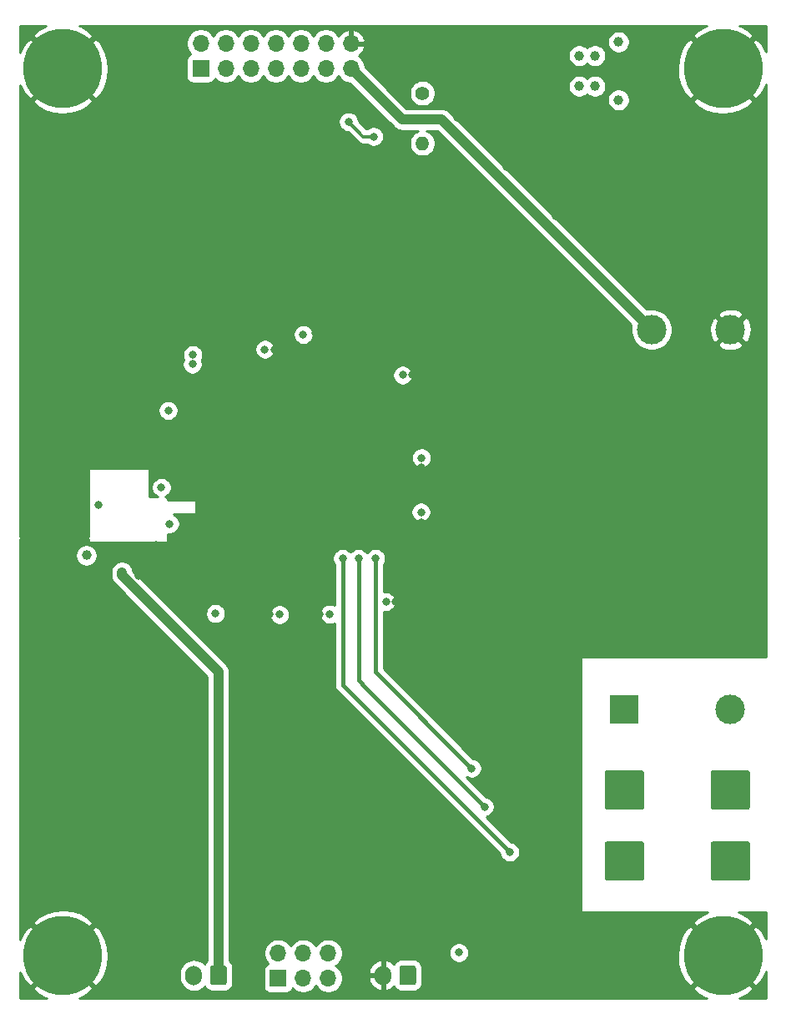
<source format=gbr>
G04 #@! TF.GenerationSoftware,KiCad,Pcbnew,(5.1.6)-1*
G04 #@! TF.CreationDate,2020-05-29T02:21:24-04:00*
G04 #@! TF.ProjectId,T-ShirtPress,542d5368-6972-4745-9072-6573732e6b69,rev?*
G04 #@! TF.SameCoordinates,Original*
G04 #@! TF.FileFunction,Copper,L4,Bot*
G04 #@! TF.FilePolarity,Positive*
%FSLAX46Y46*%
G04 Gerber Fmt 4.6, Leading zero omitted, Abs format (unit mm)*
G04 Created by KiCad (PCBNEW (5.1.6)-1) date 2020-05-29 02:21:24*
%MOMM*%
%LPD*%
G01*
G04 APERTURE LIST*
G04 #@! TA.AperFunction,ComponentPad*
%ADD10C,0.900000*%
G04 #@! TD*
G04 #@! TA.AperFunction,ComponentPad*
%ADD11C,8.000000*%
G04 #@! TD*
G04 #@! TA.AperFunction,ComponentPad*
%ADD12O,1.700000X2.000000*%
G04 #@! TD*
G04 #@! TA.AperFunction,ComponentPad*
%ADD13C,3.000000*%
G04 #@! TD*
G04 #@! TA.AperFunction,ComponentPad*
%ADD14R,3.000000X3.000000*%
G04 #@! TD*
G04 #@! TA.AperFunction,ComponentPad*
%ADD15C,1.400000*%
G04 #@! TD*
G04 #@! TA.AperFunction,ComponentPad*
%ADD16O,1.400000X1.400000*%
G04 #@! TD*
G04 #@! TA.AperFunction,ComponentPad*
%ADD17R,1.700000X1.700000*%
G04 #@! TD*
G04 #@! TA.AperFunction,ComponentPad*
%ADD18O,1.700000X1.700000*%
G04 #@! TD*
G04 #@! TA.AperFunction,ViaPad*
%ADD19C,0.800000*%
G04 #@! TD*
G04 #@! TA.AperFunction,ViaPad*
%ADD20C,1.000000*%
G04 #@! TD*
G04 #@! TA.AperFunction,Conductor*
%ADD21C,1.000000*%
G04 #@! TD*
G04 #@! TA.AperFunction,Conductor*
%ADD22C,0.400000*%
G04 #@! TD*
G04 #@! TA.AperFunction,Conductor*
%ADD23C,0.300000*%
G04 #@! TD*
G04 #@! TA.AperFunction,Conductor*
%ADD24C,0.254000*%
G04 #@! TD*
G04 APERTURE END LIST*
D10*
X104121320Y-122878680D03*
X102000000Y-122000000D03*
X99878680Y-122878680D03*
X99000000Y-125000000D03*
X99878680Y-127121320D03*
X102000000Y-128000000D03*
X104121320Y-127121320D03*
X105000000Y-125000000D03*
D11*
X102000000Y-125000000D03*
X102000000Y-35000000D03*
D10*
X105000000Y-35000000D03*
X104121320Y-37121320D03*
X102000000Y-38000000D03*
X99878680Y-37121320D03*
X99000000Y-35000000D03*
X99878680Y-32878680D03*
X102000000Y-32000000D03*
X104121320Y-32878680D03*
X37121320Y-32878680D03*
X35000000Y-32000000D03*
X32878680Y-32878680D03*
X32000000Y-35000000D03*
X32878680Y-37121320D03*
X35000000Y-38000000D03*
X37121320Y-37121320D03*
X38000000Y-35000000D03*
D11*
X35000000Y-35000000D03*
X35000000Y-125000000D03*
D10*
X38000000Y-125000000D03*
X37121320Y-127121320D03*
X35000000Y-128000000D03*
X32878680Y-127121320D03*
X32000000Y-125000000D03*
X32878680Y-122878680D03*
X35000000Y-122000000D03*
X37121320Y-122878680D03*
D12*
X48300000Y-127000000D03*
G04 #@! TA.AperFunction,ComponentPad*
G36*
G01*
X51650000Y-126250000D02*
X51650000Y-127750000D01*
G75*
G02*
X51400000Y-128000000I-250000J0D01*
G01*
X50200000Y-128000000D01*
G75*
G02*
X49950000Y-127750000I0J250000D01*
G01*
X49950000Y-126250000D01*
G75*
G02*
X50200000Y-126000000I250000J0D01*
G01*
X51400000Y-126000000D01*
G75*
G02*
X51650000Y-126250000I0J-250000D01*
G01*
G37*
G04 #@! TD.AperFunction*
G04 #@! TA.AperFunction,ComponentPad*
G36*
G01*
X70850000Y-126250000D02*
X70850000Y-127750000D01*
G75*
G02*
X70600000Y-128000000I-250000J0D01*
G01*
X69400000Y-128000000D01*
G75*
G02*
X69150000Y-127750000I0J250000D01*
G01*
X69150000Y-126250000D01*
G75*
G02*
X69400000Y-126000000I250000J0D01*
G01*
X70600000Y-126000000D01*
G75*
G02*
X70850000Y-126250000I0J-250000D01*
G01*
G37*
G04 #@! TD.AperFunction*
X67500000Y-127000000D03*
G04 #@! TA.AperFunction,ComponentPad*
G36*
G01*
X100750000Y-109950000D02*
X100750000Y-106450000D01*
G75*
G02*
X101000000Y-106200000I250000J0D01*
G01*
X104500000Y-106200000D01*
G75*
G02*
X104750000Y-106450000I0J-250000D01*
G01*
X104750000Y-109950000D01*
G75*
G02*
X104500000Y-110200000I-250000J0D01*
G01*
X101000000Y-110200000D01*
G75*
G02*
X100750000Y-109950000I0J250000D01*
G01*
G37*
G04 #@! TD.AperFunction*
G04 #@! TA.AperFunction,ComponentPad*
G36*
G01*
X90000000Y-109950000D02*
X90000000Y-106450000D01*
G75*
G02*
X90250000Y-106200000I250000J0D01*
G01*
X93750000Y-106200000D01*
G75*
G02*
X94000000Y-106450000I0J-250000D01*
G01*
X94000000Y-109950000D01*
G75*
G02*
X93750000Y-110200000I-250000J0D01*
G01*
X90250000Y-110200000D01*
G75*
G02*
X90000000Y-109950000I0J250000D01*
G01*
G37*
G04 #@! TD.AperFunction*
D13*
X102750000Y-61500000D03*
X102750000Y-100000000D03*
X94750000Y-61500000D03*
D14*
X92000000Y-100000000D03*
D15*
X71500000Y-37500000D03*
D16*
X71500000Y-42580000D03*
D17*
X49000000Y-35000000D03*
D18*
X49000000Y-32460000D03*
X51540000Y-35000000D03*
X51540000Y-32460000D03*
X54080000Y-35000000D03*
X54080000Y-32460000D03*
X56620000Y-35000000D03*
X56620000Y-32460000D03*
X59160000Y-35000000D03*
X59160000Y-32460000D03*
X61700000Y-35000000D03*
X61700000Y-32460000D03*
X64240000Y-35000000D03*
X64240000Y-32460000D03*
D17*
X56860000Y-127300000D03*
D18*
X56860000Y-124760000D03*
X59400000Y-127300000D03*
X59400000Y-124760000D03*
X61940000Y-127300000D03*
X61940000Y-124760000D03*
G04 #@! TA.AperFunction,ComponentPad*
G36*
G01*
X100750000Y-117150000D02*
X100750000Y-113650000D01*
G75*
G02*
X101000000Y-113400000I250000J0D01*
G01*
X104500000Y-113400000D01*
G75*
G02*
X104750000Y-113650000I0J-250000D01*
G01*
X104750000Y-117150000D01*
G75*
G02*
X104500000Y-117400000I-250000J0D01*
G01*
X101000000Y-117400000D01*
G75*
G02*
X100750000Y-117150000I0J250000D01*
G01*
G37*
G04 #@! TD.AperFunction*
G04 #@! TA.AperFunction,ComponentPad*
G36*
G01*
X90000000Y-117150000D02*
X90000000Y-113650000D01*
G75*
G02*
X90250000Y-113400000I250000J0D01*
G01*
X93750000Y-113400000D01*
G75*
G02*
X94000000Y-113650000I0J-250000D01*
G01*
X94000000Y-117150000D01*
G75*
G02*
X93750000Y-117400000I-250000J0D01*
G01*
X90250000Y-117400000D01*
G75*
G02*
X90000000Y-117150000I0J250000D01*
G01*
G37*
G04 #@! TD.AperFunction*
D19*
X38600000Y-79300000D03*
X60600000Y-61850000D03*
X61600000Y-72850000D03*
X53800000Y-77500000D03*
X53800000Y-82900000D03*
X68220000Y-94110000D03*
X72600000Y-94100000D03*
X78100000Y-94200000D03*
X53600000Y-94200000D03*
D20*
X85100000Y-31100000D03*
X83900000Y-31100000D03*
X82600000Y-31100000D03*
X81400000Y-31100000D03*
X80100000Y-31100000D03*
X80100000Y-32300000D03*
X80100000Y-33500000D03*
X79000000Y-33500000D03*
X79000000Y-32300000D03*
X79000000Y-31100000D03*
X71500000Y-50600000D03*
D19*
X70500000Y-66100000D03*
X56500000Y-63500000D03*
X52250000Y-62600000D03*
X49700000Y-61650000D03*
X46150000Y-66000000D03*
X43700000Y-70750000D03*
X45000000Y-74500000D03*
X44450000Y-83300000D03*
X42650000Y-86450000D03*
X43650000Y-86450000D03*
X44650000Y-86475000D03*
X45650000Y-86450000D03*
X48500000Y-89300000D03*
X54750000Y-91500000D03*
X56000000Y-90400000D03*
X61100000Y-90350000D03*
X68200000Y-91250000D03*
X68800000Y-89100000D03*
X71350000Y-81050000D03*
X71400000Y-75500000D03*
X74000000Y-69200000D03*
D20*
X100750000Y-56850000D03*
X102750000Y-56850000D03*
X104750000Y-56850000D03*
D19*
X94350000Y-41950000D03*
X34650000Y-72700000D03*
X61850000Y-94200000D03*
D20*
X102750000Y-66400000D03*
X100750000Y-66400000D03*
X104750000Y-66400000D03*
D19*
X52500000Y-45000000D03*
X52500000Y-50000000D03*
X57500000Y-50000000D03*
X57500000Y-45000000D03*
X57500000Y-55000000D03*
X42500000Y-32500000D03*
X42500000Y-40000000D03*
X42500000Y-50000000D03*
X42500000Y-60000000D03*
X37500000Y-55000000D03*
X37500000Y-45000000D03*
X37500000Y-65000000D03*
X75000000Y-40000000D03*
X80000000Y-45000000D03*
X75000000Y-50000000D03*
X70000000Y-55000000D03*
X75000000Y-60000000D03*
X80000000Y-55000000D03*
X85000000Y-50000000D03*
X55000000Y-100000000D03*
X52500000Y-107500000D03*
X55000000Y-112500000D03*
X65000000Y-105000000D03*
X65000000Y-115000000D03*
X37500000Y-92500000D03*
X42500000Y-97500000D03*
X37500000Y-102500000D03*
X42500000Y-107500000D03*
X37500000Y-112500000D03*
X42500000Y-117500000D03*
X77500000Y-80000000D03*
X77500000Y-67500000D03*
X69500000Y-66100000D03*
X50500000Y-90300000D03*
D20*
X37400000Y-84400000D03*
X87400000Y-36800000D03*
X89000000Y-36800000D03*
X89000000Y-33700000D03*
X87400000Y-33700000D03*
X91400000Y-32300000D03*
X91400000Y-38200000D03*
D19*
X75200000Y-124700000D03*
X59400000Y-62000000D03*
X55500000Y-63500000D03*
X48200000Y-64050000D03*
X48150000Y-65000000D03*
X45700000Y-69700000D03*
X45000000Y-77500000D03*
X45850000Y-81200000D03*
X57000000Y-90400000D03*
X62100000Y-90350000D03*
X67800000Y-89100000D03*
X71350000Y-80000000D03*
X71400000Y-74500000D03*
D20*
X41000000Y-86100000D03*
D19*
X66750000Y-84700000D03*
X76500000Y-106000000D03*
X65000000Y-84700000D03*
X77800000Y-109900000D03*
X63400000Y-84700000D03*
X80350000Y-114500000D03*
X64000000Y-40400000D03*
X66550000Y-41900000D03*
D21*
X50800000Y-96228002D02*
X50800000Y-127000000D01*
X41000000Y-86428002D02*
X50800000Y-96228002D01*
X41000000Y-86100000D02*
X41000000Y-86428002D01*
X64240000Y-35000000D02*
X69420000Y-40180000D01*
X73430000Y-40180000D02*
X94750000Y-61500000D01*
X69420000Y-40180000D02*
X73430000Y-40180000D01*
D22*
X66750000Y-84700000D02*
X66750000Y-96250000D01*
X66750000Y-96250000D02*
X76500000Y-106000000D01*
X76500000Y-106000000D02*
X76500000Y-106000000D01*
X77800000Y-109900000D02*
X77800000Y-109900000D01*
X65000000Y-97100000D02*
X65700000Y-97800000D01*
X65000000Y-84700000D02*
X65000000Y-97100000D01*
X65500000Y-97600000D02*
X65700000Y-97800000D01*
X65700000Y-97800000D02*
X77800000Y-109900000D01*
X63400000Y-84700000D02*
X63400000Y-97550000D01*
X63400000Y-97550000D02*
X80350000Y-114500000D01*
X80350000Y-114500000D02*
X80350000Y-114500000D01*
D23*
X65500000Y-41900000D02*
X64000000Y-40400000D01*
X65500000Y-41900000D02*
X66550000Y-41900000D01*
D24*
G36*
X33269434Y-30676025D02*
G01*
X32459121Y-31096725D01*
X32366197Y-31158815D01*
X31910025Y-31730420D01*
X35000000Y-34820395D01*
X38089975Y-31730420D01*
X37633803Y-31158815D01*
X36833817Y-30718793D01*
X36648055Y-30660000D01*
X100324637Y-30660000D01*
X100269434Y-30676025D01*
X99459121Y-31096725D01*
X99366197Y-31158815D01*
X98910025Y-31730420D01*
X102000000Y-34820395D01*
X105089975Y-31730420D01*
X104633803Y-31158815D01*
X103833817Y-30718793D01*
X103648055Y-30660000D01*
X106340000Y-30660000D01*
X106340000Y-33324637D01*
X106323975Y-33269434D01*
X105903275Y-32459121D01*
X105841185Y-32366197D01*
X105269580Y-31910025D01*
X102179605Y-35000000D01*
X105269580Y-38089975D01*
X105841185Y-37633803D01*
X106281207Y-36833817D01*
X106340000Y-36648055D01*
X106340001Y-94673000D01*
X87650000Y-94673000D01*
X87625224Y-94675440D01*
X87601399Y-94682667D01*
X87579443Y-94694403D01*
X87560197Y-94710197D01*
X87544403Y-94729443D01*
X87532667Y-94751399D01*
X87525440Y-94775224D01*
X87523000Y-94800000D01*
X87523000Y-120500000D01*
X87525440Y-120524776D01*
X87532667Y-120548601D01*
X87544403Y-120570557D01*
X87560197Y-120589803D01*
X87579443Y-120605597D01*
X87601399Y-120617333D01*
X87625224Y-120624560D01*
X87650000Y-120627000D01*
X100438316Y-120627000D01*
X100269434Y-120676025D01*
X99459121Y-121096725D01*
X99366197Y-121158815D01*
X98910025Y-121730420D01*
X102000000Y-124820395D01*
X105089975Y-121730420D01*
X104633803Y-121158815D01*
X103833817Y-120718793D01*
X103543789Y-120627000D01*
X106340001Y-120627000D01*
X106340001Y-123324640D01*
X106323975Y-123269434D01*
X105903275Y-122459121D01*
X105841185Y-122366197D01*
X105269580Y-121910025D01*
X102179605Y-125000000D01*
X105269580Y-128089975D01*
X105841185Y-127633803D01*
X106281207Y-126833817D01*
X106340001Y-126648052D01*
X106340001Y-129340000D01*
X103675363Y-129340000D01*
X103730566Y-129323975D01*
X104540879Y-128903275D01*
X104633803Y-128841185D01*
X105089975Y-128269580D01*
X102000000Y-125179605D01*
X98910025Y-128269580D01*
X99366197Y-128841185D01*
X100166183Y-129281207D01*
X100351945Y-129340000D01*
X36675363Y-129340000D01*
X36730566Y-129323975D01*
X37540879Y-128903275D01*
X37633803Y-128841185D01*
X38089975Y-128269580D01*
X35000000Y-125179605D01*
X31910025Y-128269580D01*
X32366197Y-128841185D01*
X33166183Y-129281207D01*
X33351945Y-129340000D01*
X30660000Y-129340000D01*
X30660000Y-126675363D01*
X30676025Y-126730566D01*
X31096725Y-127540879D01*
X31158815Y-127633803D01*
X31730420Y-128089975D01*
X34820395Y-125000000D01*
X35179605Y-125000000D01*
X38269580Y-128089975D01*
X38841185Y-127633803D01*
X39281207Y-126833817D01*
X39556704Y-125963359D01*
X39657091Y-125055879D01*
X39578508Y-124146252D01*
X39323975Y-123269434D01*
X38903275Y-122459121D01*
X38841185Y-122366197D01*
X38269580Y-121910025D01*
X35179605Y-125000000D01*
X34820395Y-125000000D01*
X31730420Y-121910025D01*
X31158815Y-122366197D01*
X30718793Y-123166183D01*
X30660000Y-123351945D01*
X30660000Y-121730420D01*
X31910025Y-121730420D01*
X35000000Y-124820395D01*
X38089975Y-121730420D01*
X37633803Y-121158815D01*
X36833817Y-120718793D01*
X35963359Y-120443296D01*
X35055879Y-120342909D01*
X34146252Y-120421492D01*
X33269434Y-120676025D01*
X32459121Y-121096725D01*
X32366197Y-121158815D01*
X31910025Y-121730420D01*
X30660000Y-121730420D01*
X30660000Y-86428002D01*
X39859509Y-86428002D01*
X39865000Y-86483753D01*
X39865000Y-86483754D01*
X39881423Y-86650501D01*
X39946324Y-86864449D01*
X40051717Y-87061625D01*
X40193552Y-87234451D01*
X40236860Y-87269993D01*
X49665000Y-96698134D01*
X49665001Y-125545746D01*
X49572038Y-125622038D01*
X49461595Y-125756614D01*
X49407223Y-125858337D01*
X49355134Y-125794866D01*
X49129014Y-125609294D01*
X48871034Y-125471401D01*
X48591111Y-125386487D01*
X48300000Y-125357815D01*
X48008890Y-125386487D01*
X47728967Y-125471401D01*
X47470987Y-125609294D01*
X47244866Y-125794866D01*
X47059294Y-126020986D01*
X46921401Y-126278966D01*
X46836487Y-126558889D01*
X46815000Y-126777050D01*
X46815000Y-127222949D01*
X46836487Y-127441110D01*
X46921401Y-127721033D01*
X47059294Y-127979013D01*
X47244866Y-128205134D01*
X47470986Y-128390706D01*
X47728966Y-128528599D01*
X48008889Y-128613513D01*
X48300000Y-128642185D01*
X48591110Y-128613513D01*
X48871033Y-128528599D01*
X49129013Y-128390706D01*
X49355134Y-128205134D01*
X49407223Y-128141663D01*
X49461595Y-128243386D01*
X49572038Y-128377962D01*
X49706614Y-128488405D01*
X49860150Y-128570472D01*
X50026746Y-128621008D01*
X50200000Y-128638072D01*
X51400000Y-128638072D01*
X51573254Y-128621008D01*
X51739850Y-128570472D01*
X51893386Y-128488405D01*
X52027962Y-128377962D01*
X52138405Y-128243386D01*
X52220472Y-128089850D01*
X52271008Y-127923254D01*
X52288072Y-127750000D01*
X52288072Y-126450000D01*
X55371928Y-126450000D01*
X55371928Y-128150000D01*
X55384188Y-128274482D01*
X55420498Y-128394180D01*
X55479463Y-128504494D01*
X55558815Y-128601185D01*
X55655506Y-128680537D01*
X55765820Y-128739502D01*
X55885518Y-128775812D01*
X56010000Y-128788072D01*
X57710000Y-128788072D01*
X57834482Y-128775812D01*
X57954180Y-128739502D01*
X58064494Y-128680537D01*
X58161185Y-128601185D01*
X58240537Y-128504494D01*
X58299502Y-128394180D01*
X58321513Y-128321620D01*
X58453368Y-128453475D01*
X58696589Y-128615990D01*
X58966842Y-128727932D01*
X59253740Y-128785000D01*
X59546260Y-128785000D01*
X59833158Y-128727932D01*
X60103411Y-128615990D01*
X60346632Y-128453475D01*
X60553475Y-128246632D01*
X60670000Y-128072240D01*
X60786525Y-128246632D01*
X60993368Y-128453475D01*
X61236589Y-128615990D01*
X61506842Y-128727932D01*
X61793740Y-128785000D01*
X62086260Y-128785000D01*
X62373158Y-128727932D01*
X62643411Y-128615990D01*
X62886632Y-128453475D01*
X63093475Y-128246632D01*
X63255990Y-128003411D01*
X63367932Y-127733158D01*
X63425000Y-127446260D01*
X63425000Y-127359742D01*
X66028715Y-127359742D01*
X66097904Y-127642745D01*
X66220975Y-127906812D01*
X66393198Y-128141795D01*
X66607954Y-128338664D01*
X66856991Y-128489854D01*
X67130739Y-128589554D01*
X67143110Y-128591476D01*
X67373000Y-128470155D01*
X67373000Y-127127000D01*
X66172768Y-127127000D01*
X66028715Y-127359742D01*
X63425000Y-127359742D01*
X63425000Y-127153740D01*
X63367932Y-126866842D01*
X63274079Y-126640258D01*
X66028715Y-126640258D01*
X66172768Y-126873000D01*
X67373000Y-126873000D01*
X67373000Y-125529845D01*
X67627000Y-125529845D01*
X67627000Y-126873000D01*
X67647000Y-126873000D01*
X67647000Y-127127000D01*
X67627000Y-127127000D01*
X67627000Y-128470155D01*
X67856890Y-128591476D01*
X67869261Y-128589554D01*
X68143009Y-128489854D01*
X68392046Y-128338664D01*
X68606802Y-128141795D01*
X68607086Y-128141407D01*
X68661595Y-128243386D01*
X68772038Y-128377962D01*
X68906614Y-128488405D01*
X69060150Y-128570472D01*
X69226746Y-128621008D01*
X69400000Y-128638072D01*
X70600000Y-128638072D01*
X70773254Y-128621008D01*
X70939850Y-128570472D01*
X71093386Y-128488405D01*
X71227962Y-128377962D01*
X71338405Y-128243386D01*
X71420472Y-128089850D01*
X71471008Y-127923254D01*
X71488072Y-127750000D01*
X71488072Y-126250000D01*
X71471008Y-126076746D01*
X71420472Y-125910150D01*
X71338405Y-125756614D01*
X71227962Y-125622038D01*
X71093386Y-125511595D01*
X70939850Y-125429528D01*
X70773254Y-125378992D01*
X70600000Y-125361928D01*
X69400000Y-125361928D01*
X69226746Y-125378992D01*
X69060150Y-125429528D01*
X68906614Y-125511595D01*
X68772038Y-125622038D01*
X68661595Y-125756614D01*
X68607086Y-125858593D01*
X68606802Y-125858205D01*
X68392046Y-125661336D01*
X68143009Y-125510146D01*
X67869261Y-125410446D01*
X67856890Y-125408524D01*
X67627000Y-125529845D01*
X67373000Y-125529845D01*
X67143110Y-125408524D01*
X67130739Y-125410446D01*
X66856991Y-125510146D01*
X66607954Y-125661336D01*
X66393198Y-125858205D01*
X66220975Y-126093188D01*
X66097904Y-126357255D01*
X66028715Y-126640258D01*
X63274079Y-126640258D01*
X63255990Y-126596589D01*
X63093475Y-126353368D01*
X62886632Y-126146525D01*
X62712240Y-126030000D01*
X62886632Y-125913475D01*
X63093475Y-125706632D01*
X63255990Y-125463411D01*
X63367932Y-125193158D01*
X63425000Y-124906260D01*
X63425000Y-124613740D01*
X63421882Y-124598061D01*
X74165000Y-124598061D01*
X74165000Y-124801939D01*
X74204774Y-125001898D01*
X74282795Y-125190256D01*
X74396063Y-125359774D01*
X74540226Y-125503937D01*
X74709744Y-125617205D01*
X74898102Y-125695226D01*
X75098061Y-125735000D01*
X75301939Y-125735000D01*
X75501898Y-125695226D01*
X75690256Y-125617205D01*
X75859774Y-125503937D01*
X76003937Y-125359774D01*
X76117205Y-125190256D01*
X76195226Y-125001898D01*
X76206718Y-124944121D01*
X97342909Y-124944121D01*
X97421492Y-125853748D01*
X97676025Y-126730566D01*
X98096725Y-127540879D01*
X98158815Y-127633803D01*
X98730420Y-128089975D01*
X101820395Y-125000000D01*
X98730420Y-121910025D01*
X98158815Y-122366197D01*
X97718793Y-123166183D01*
X97443296Y-124036641D01*
X97342909Y-124944121D01*
X76206718Y-124944121D01*
X76235000Y-124801939D01*
X76235000Y-124598061D01*
X76195226Y-124398102D01*
X76117205Y-124209744D01*
X76003937Y-124040226D01*
X75859774Y-123896063D01*
X75690256Y-123782795D01*
X75501898Y-123704774D01*
X75301939Y-123665000D01*
X75098061Y-123665000D01*
X74898102Y-123704774D01*
X74709744Y-123782795D01*
X74540226Y-123896063D01*
X74396063Y-124040226D01*
X74282795Y-124209744D01*
X74204774Y-124398102D01*
X74165000Y-124598061D01*
X63421882Y-124598061D01*
X63367932Y-124326842D01*
X63255990Y-124056589D01*
X63093475Y-123813368D01*
X62886632Y-123606525D01*
X62643411Y-123444010D01*
X62373158Y-123332068D01*
X62086260Y-123275000D01*
X61793740Y-123275000D01*
X61506842Y-123332068D01*
X61236589Y-123444010D01*
X60993368Y-123606525D01*
X60786525Y-123813368D01*
X60670000Y-123987760D01*
X60553475Y-123813368D01*
X60346632Y-123606525D01*
X60103411Y-123444010D01*
X59833158Y-123332068D01*
X59546260Y-123275000D01*
X59253740Y-123275000D01*
X58966842Y-123332068D01*
X58696589Y-123444010D01*
X58453368Y-123606525D01*
X58246525Y-123813368D01*
X58130000Y-123987760D01*
X58013475Y-123813368D01*
X57806632Y-123606525D01*
X57563411Y-123444010D01*
X57293158Y-123332068D01*
X57006260Y-123275000D01*
X56713740Y-123275000D01*
X56426842Y-123332068D01*
X56156589Y-123444010D01*
X55913368Y-123606525D01*
X55706525Y-123813368D01*
X55544010Y-124056589D01*
X55432068Y-124326842D01*
X55375000Y-124613740D01*
X55375000Y-124906260D01*
X55432068Y-125193158D01*
X55544010Y-125463411D01*
X55706525Y-125706632D01*
X55838380Y-125838487D01*
X55765820Y-125860498D01*
X55655506Y-125919463D01*
X55558815Y-125998815D01*
X55479463Y-126095506D01*
X55420498Y-126205820D01*
X55384188Y-126325518D01*
X55371928Y-126450000D01*
X52288072Y-126450000D01*
X52288072Y-126250000D01*
X52271008Y-126076746D01*
X52220472Y-125910150D01*
X52138405Y-125756614D01*
X52027962Y-125622038D01*
X51935000Y-125545747D01*
X51935000Y-96283753D01*
X51940491Y-96228002D01*
X51931743Y-96139176D01*
X51918577Y-96005503D01*
X51853676Y-95791555D01*
X51748284Y-95594379D01*
X51606449Y-95421553D01*
X51563141Y-95386011D01*
X46375191Y-90198061D01*
X49465000Y-90198061D01*
X49465000Y-90401939D01*
X49504774Y-90601898D01*
X49582795Y-90790256D01*
X49696063Y-90959774D01*
X49840226Y-91103937D01*
X50009744Y-91217205D01*
X50198102Y-91295226D01*
X50398061Y-91335000D01*
X50601939Y-91335000D01*
X50801898Y-91295226D01*
X50990256Y-91217205D01*
X51159774Y-91103937D01*
X51303937Y-90959774D01*
X51417205Y-90790256D01*
X51495226Y-90601898D01*
X51535000Y-90401939D01*
X51535000Y-90298061D01*
X55965000Y-90298061D01*
X55965000Y-90501939D01*
X56004774Y-90701898D01*
X56082795Y-90890256D01*
X56196063Y-91059774D01*
X56340226Y-91203937D01*
X56509744Y-91317205D01*
X56698102Y-91395226D01*
X56898061Y-91435000D01*
X57101939Y-91435000D01*
X57301898Y-91395226D01*
X57490256Y-91317205D01*
X57659774Y-91203937D01*
X57803937Y-91059774D01*
X57917205Y-90890256D01*
X57995226Y-90701898D01*
X58035000Y-90501939D01*
X58035000Y-90298061D01*
X58025055Y-90248061D01*
X61065000Y-90248061D01*
X61065000Y-90451939D01*
X61104774Y-90651898D01*
X61182795Y-90840256D01*
X61296063Y-91009774D01*
X61440226Y-91153937D01*
X61609744Y-91267205D01*
X61798102Y-91345226D01*
X61998061Y-91385000D01*
X62201939Y-91385000D01*
X62401898Y-91345226D01*
X62565001Y-91277666D01*
X62565001Y-97508971D01*
X62560960Y-97550000D01*
X62577082Y-97713688D01*
X62624828Y-97871086D01*
X62674325Y-97963688D01*
X62702365Y-98016146D01*
X62806710Y-98143291D01*
X62838574Y-98169441D01*
X79325908Y-114656777D01*
X79354774Y-114801898D01*
X79432795Y-114990256D01*
X79546063Y-115159774D01*
X79690226Y-115303937D01*
X79859744Y-115417205D01*
X80048102Y-115495226D01*
X80248061Y-115535000D01*
X80451939Y-115535000D01*
X80651898Y-115495226D01*
X80840256Y-115417205D01*
X81009774Y-115303937D01*
X81153937Y-115159774D01*
X81267205Y-114990256D01*
X81345226Y-114801898D01*
X81385000Y-114601939D01*
X81385000Y-114398061D01*
X81345226Y-114198102D01*
X81267205Y-114009744D01*
X81153937Y-113840226D01*
X81009774Y-113696063D01*
X80840256Y-113582795D01*
X80651898Y-113504774D01*
X80506777Y-113475908D01*
X77955262Y-110924393D01*
X78101898Y-110895226D01*
X78290256Y-110817205D01*
X78459774Y-110703937D01*
X78603937Y-110559774D01*
X78717205Y-110390256D01*
X78795226Y-110201898D01*
X78835000Y-110001939D01*
X78835000Y-109798061D01*
X78795226Y-109598102D01*
X78717205Y-109409744D01*
X78603937Y-109240226D01*
X78459774Y-109096063D01*
X78290256Y-108982795D01*
X78101898Y-108904774D01*
X77956776Y-108875908D01*
X75974571Y-106893703D01*
X76009744Y-106917205D01*
X76198102Y-106995226D01*
X76398061Y-107035000D01*
X76601939Y-107035000D01*
X76801898Y-106995226D01*
X76990256Y-106917205D01*
X77159774Y-106803937D01*
X77303937Y-106659774D01*
X77417205Y-106490256D01*
X77495226Y-106301898D01*
X77535000Y-106101939D01*
X77535000Y-105898061D01*
X77495226Y-105698102D01*
X77417205Y-105509744D01*
X77303937Y-105340226D01*
X77159774Y-105196063D01*
X76990256Y-105082795D01*
X76801898Y-105004774D01*
X76656776Y-104975908D01*
X67585000Y-95904133D01*
X67585000Y-90112511D01*
X67698061Y-90135000D01*
X67901939Y-90135000D01*
X68101898Y-90095226D01*
X68290256Y-90017205D01*
X68459774Y-89903937D01*
X68603937Y-89759774D01*
X68717205Y-89590256D01*
X68795226Y-89401898D01*
X68835000Y-89201939D01*
X68835000Y-88998061D01*
X68795226Y-88798102D01*
X68717205Y-88609744D01*
X68603937Y-88440226D01*
X68459774Y-88296063D01*
X68290256Y-88182795D01*
X68101898Y-88104774D01*
X67901939Y-88065000D01*
X67698061Y-88065000D01*
X67585000Y-88087489D01*
X67585000Y-85313285D01*
X67667205Y-85190256D01*
X67745226Y-85001898D01*
X67785000Y-84801939D01*
X67785000Y-84598061D01*
X67745226Y-84398102D01*
X67667205Y-84209744D01*
X67553937Y-84040226D01*
X67409774Y-83896063D01*
X67240256Y-83782795D01*
X67051898Y-83704774D01*
X66851939Y-83665000D01*
X66648061Y-83665000D01*
X66448102Y-83704774D01*
X66259744Y-83782795D01*
X66090226Y-83896063D01*
X65946063Y-84040226D01*
X65875000Y-84146580D01*
X65803937Y-84040226D01*
X65659774Y-83896063D01*
X65490256Y-83782795D01*
X65301898Y-83704774D01*
X65101939Y-83665000D01*
X64898061Y-83665000D01*
X64698102Y-83704774D01*
X64509744Y-83782795D01*
X64340226Y-83896063D01*
X64200000Y-84036289D01*
X64059774Y-83896063D01*
X63890256Y-83782795D01*
X63701898Y-83704774D01*
X63501939Y-83665000D01*
X63298061Y-83665000D01*
X63098102Y-83704774D01*
X62909744Y-83782795D01*
X62740226Y-83896063D01*
X62596063Y-84040226D01*
X62482795Y-84209744D01*
X62404774Y-84398102D01*
X62365000Y-84598061D01*
X62365000Y-84801939D01*
X62404774Y-85001898D01*
X62482795Y-85190256D01*
X62565000Y-85313285D01*
X62565000Y-89422334D01*
X62401898Y-89354774D01*
X62201939Y-89315000D01*
X61998061Y-89315000D01*
X61798102Y-89354774D01*
X61609744Y-89432795D01*
X61440226Y-89546063D01*
X61296063Y-89690226D01*
X61182795Y-89859744D01*
X61104774Y-90048102D01*
X61065000Y-90248061D01*
X58025055Y-90248061D01*
X57995226Y-90098102D01*
X57917205Y-89909744D01*
X57803937Y-89740226D01*
X57659774Y-89596063D01*
X57490256Y-89482795D01*
X57301898Y-89404774D01*
X57101939Y-89365000D01*
X56898061Y-89365000D01*
X56698102Y-89404774D01*
X56509744Y-89482795D01*
X56340226Y-89596063D01*
X56196063Y-89740226D01*
X56082795Y-89909744D01*
X56004774Y-90098102D01*
X55965000Y-90298061D01*
X51535000Y-90298061D01*
X51535000Y-90198061D01*
X51495226Y-89998102D01*
X51417205Y-89809744D01*
X51303937Y-89640226D01*
X51159774Y-89496063D01*
X50990256Y-89382795D01*
X50801898Y-89304774D01*
X50601939Y-89265000D01*
X50398061Y-89265000D01*
X50198102Y-89304774D01*
X50009744Y-89382795D01*
X49840226Y-89496063D01*
X49696063Y-89640226D01*
X49582795Y-89809744D01*
X49504774Y-89998102D01*
X49465000Y-90198061D01*
X46375191Y-90198061D01*
X42127466Y-85950337D01*
X42124068Y-85933253D01*
X42118577Y-85877501D01*
X42102315Y-85823894D01*
X42091383Y-85768933D01*
X42069937Y-85717158D01*
X42053676Y-85663553D01*
X42027269Y-85614149D01*
X42005824Y-85562376D01*
X41974693Y-85515786D01*
X41948284Y-85466377D01*
X41912741Y-85423068D01*
X41881612Y-85376480D01*
X41841991Y-85336859D01*
X41806449Y-85293551D01*
X41763141Y-85258009D01*
X41723520Y-85218388D01*
X41676932Y-85187259D01*
X41633623Y-85151716D01*
X41584215Y-85125307D01*
X41537624Y-85094176D01*
X41485848Y-85072730D01*
X41436446Y-85046324D01*
X41382845Y-85030064D01*
X41331067Y-85008617D01*
X41276103Y-84997684D01*
X41222498Y-84981423D01*
X41166748Y-84975932D01*
X41111788Y-84965000D01*
X41055751Y-84965000D01*
X41000000Y-84959509D01*
X40944248Y-84965000D01*
X40888212Y-84965000D01*
X40833253Y-84975932D01*
X40777501Y-84981423D01*
X40723894Y-84997685D01*
X40668933Y-85008617D01*
X40617158Y-85030063D01*
X40563553Y-85046324D01*
X40514149Y-85072731D01*
X40462376Y-85094176D01*
X40415786Y-85125307D01*
X40366377Y-85151716D01*
X40323068Y-85187259D01*
X40276480Y-85218388D01*
X40236859Y-85258009D01*
X40193551Y-85293551D01*
X40158009Y-85336859D01*
X40118388Y-85376480D01*
X40087259Y-85423068D01*
X40051716Y-85466377D01*
X40025307Y-85515785D01*
X39994176Y-85562376D01*
X39972730Y-85614152D01*
X39946324Y-85663554D01*
X39930064Y-85717155D01*
X39908617Y-85768933D01*
X39897684Y-85823897D01*
X39881423Y-85877502D01*
X39875932Y-85933252D01*
X39865000Y-85988212D01*
X39865000Y-86372251D01*
X39859509Y-86428002D01*
X30660000Y-86428002D01*
X30660000Y-84288212D01*
X36265000Y-84288212D01*
X36265000Y-84511788D01*
X36308617Y-84731067D01*
X36394176Y-84937624D01*
X36518388Y-85123520D01*
X36676480Y-85281612D01*
X36862376Y-85405824D01*
X37068933Y-85491383D01*
X37288212Y-85535000D01*
X37511788Y-85535000D01*
X37731067Y-85491383D01*
X37937624Y-85405824D01*
X38123520Y-85281612D01*
X38281612Y-85123520D01*
X38405824Y-84937624D01*
X38491383Y-84731067D01*
X38535000Y-84511788D01*
X38535000Y-84288212D01*
X38491383Y-84068933D01*
X38405824Y-83862376D01*
X38281612Y-83676480D01*
X38123520Y-83518388D01*
X37937624Y-83394176D01*
X37731067Y-83308617D01*
X37511788Y-83265000D01*
X37288212Y-83265000D01*
X37068933Y-83308617D01*
X36862376Y-83394176D01*
X36676480Y-83518388D01*
X36518388Y-83676480D01*
X36394176Y-83862376D01*
X36308617Y-84068933D01*
X36265000Y-84288212D01*
X30660000Y-84288212D01*
X30660000Y-82727000D01*
X37573000Y-82727000D01*
X37573000Y-83000000D01*
X37575440Y-83024776D01*
X37582667Y-83048601D01*
X37594403Y-83070557D01*
X37610197Y-83089803D01*
X37629443Y-83105597D01*
X37651399Y-83117333D01*
X37675224Y-83124560D01*
X37700000Y-83127000D01*
X45500000Y-83127000D01*
X45524776Y-83124560D01*
X45548601Y-83117333D01*
X45570557Y-83105597D01*
X45589803Y-83089803D01*
X45605597Y-83070557D01*
X45617333Y-83048601D01*
X45624560Y-83024776D01*
X45627000Y-83000000D01*
X45627000Y-82210920D01*
X45748061Y-82235000D01*
X45951939Y-82235000D01*
X46151898Y-82195226D01*
X46340256Y-82117205D01*
X46509774Y-82003937D01*
X46653937Y-81859774D01*
X46767205Y-81690256D01*
X46845226Y-81501898D01*
X46885000Y-81301939D01*
X46885000Y-81098061D01*
X46845226Y-80898102D01*
X46767205Y-80709744D01*
X46653937Y-80540226D01*
X46509774Y-80396063D01*
X46340256Y-80282795D01*
X46205556Y-80227000D01*
X48400000Y-80227000D01*
X48424776Y-80224560D01*
X48448601Y-80217333D01*
X48470557Y-80205597D01*
X48489803Y-80189803D01*
X48505597Y-80170557D01*
X48517333Y-80148601D01*
X48524560Y-80124776D01*
X48527000Y-80100000D01*
X48527000Y-79898061D01*
X70315000Y-79898061D01*
X70315000Y-80101939D01*
X70354774Y-80301898D01*
X70432795Y-80490256D01*
X70546063Y-80659774D01*
X70690226Y-80803937D01*
X70859744Y-80917205D01*
X71048102Y-80995226D01*
X71248061Y-81035000D01*
X71451939Y-81035000D01*
X71651898Y-80995226D01*
X71840256Y-80917205D01*
X72009774Y-80803937D01*
X72153937Y-80659774D01*
X72267205Y-80490256D01*
X72345226Y-80301898D01*
X72385000Y-80101939D01*
X72385000Y-79898061D01*
X72345226Y-79698102D01*
X72267205Y-79509744D01*
X72153937Y-79340226D01*
X72009774Y-79196063D01*
X71840256Y-79082795D01*
X71651898Y-79004774D01*
X71451939Y-78965000D01*
X71248061Y-78965000D01*
X71048102Y-79004774D01*
X70859744Y-79082795D01*
X70690226Y-79196063D01*
X70546063Y-79340226D01*
X70432795Y-79509744D01*
X70354774Y-79698102D01*
X70315000Y-79898061D01*
X48527000Y-79898061D01*
X48527000Y-78900000D01*
X48524560Y-78875224D01*
X48517333Y-78851399D01*
X48505597Y-78829443D01*
X48489803Y-78810197D01*
X48470557Y-78794403D01*
X48448601Y-78782667D01*
X48424776Y-78775440D01*
X48400000Y-78773000D01*
X45627000Y-78773000D01*
X45627000Y-78599645D01*
X45624560Y-78574869D01*
X45617333Y-78551044D01*
X45605597Y-78529088D01*
X45589803Y-78509842D01*
X45570557Y-78494048D01*
X45548601Y-78482312D01*
X45524776Y-78475085D01*
X45499975Y-78472645D01*
X45356345Y-78472673D01*
X45490256Y-78417205D01*
X45659774Y-78303937D01*
X45803937Y-78159774D01*
X45917205Y-77990256D01*
X45995226Y-77801898D01*
X46035000Y-77601939D01*
X46035000Y-77398061D01*
X45995226Y-77198102D01*
X45917205Y-77009744D01*
X45803937Y-76840226D01*
X45659774Y-76696063D01*
X45490256Y-76582795D01*
X45301898Y-76504774D01*
X45101939Y-76465000D01*
X44898061Y-76465000D01*
X44698102Y-76504774D01*
X44509744Y-76582795D01*
X44340226Y-76696063D01*
X44196063Y-76840226D01*
X44082795Y-77009744D01*
X44004774Y-77198102D01*
X43965000Y-77398061D01*
X43965000Y-77601939D01*
X44004774Y-77801898D01*
X44082795Y-77990256D01*
X44196063Y-78159774D01*
X44340226Y-78303937D01*
X44509744Y-78417205D01*
X44643995Y-78472814D01*
X43827000Y-78472975D01*
X43827000Y-75700000D01*
X43824560Y-75675224D01*
X43817333Y-75651399D01*
X43805597Y-75629443D01*
X43789803Y-75610197D01*
X43770557Y-75594403D01*
X43748601Y-75582667D01*
X43724776Y-75575440D01*
X43700000Y-75573000D01*
X37700000Y-75573000D01*
X37675224Y-75575440D01*
X37651399Y-75582667D01*
X37629443Y-75594403D01*
X37610197Y-75610197D01*
X37594403Y-75629443D01*
X37582667Y-75651399D01*
X37575440Y-75675224D01*
X37573000Y-75700000D01*
X37573000Y-82473000D01*
X30660000Y-82473000D01*
X30660000Y-74398061D01*
X70365000Y-74398061D01*
X70365000Y-74601939D01*
X70404774Y-74801898D01*
X70482795Y-74990256D01*
X70596063Y-75159774D01*
X70740226Y-75303937D01*
X70909744Y-75417205D01*
X71098102Y-75495226D01*
X71298061Y-75535000D01*
X71501939Y-75535000D01*
X71701898Y-75495226D01*
X71890256Y-75417205D01*
X72059774Y-75303937D01*
X72203937Y-75159774D01*
X72317205Y-74990256D01*
X72395226Y-74801898D01*
X72435000Y-74601939D01*
X72435000Y-74398061D01*
X72395226Y-74198102D01*
X72317205Y-74009744D01*
X72203937Y-73840226D01*
X72059774Y-73696063D01*
X71890256Y-73582795D01*
X71701898Y-73504774D01*
X71501939Y-73465000D01*
X71298061Y-73465000D01*
X71098102Y-73504774D01*
X70909744Y-73582795D01*
X70740226Y-73696063D01*
X70596063Y-73840226D01*
X70482795Y-74009744D01*
X70404774Y-74198102D01*
X70365000Y-74398061D01*
X30660000Y-74398061D01*
X30660000Y-69598061D01*
X44665000Y-69598061D01*
X44665000Y-69801939D01*
X44704774Y-70001898D01*
X44782795Y-70190256D01*
X44896063Y-70359774D01*
X45040226Y-70503937D01*
X45209744Y-70617205D01*
X45398102Y-70695226D01*
X45598061Y-70735000D01*
X45801939Y-70735000D01*
X46001898Y-70695226D01*
X46190256Y-70617205D01*
X46359774Y-70503937D01*
X46503937Y-70359774D01*
X46617205Y-70190256D01*
X46695226Y-70001898D01*
X46735000Y-69801939D01*
X46735000Y-69598061D01*
X46695226Y-69398102D01*
X46617205Y-69209744D01*
X46503937Y-69040226D01*
X46359774Y-68896063D01*
X46190256Y-68782795D01*
X46001898Y-68704774D01*
X45801939Y-68665000D01*
X45598061Y-68665000D01*
X45398102Y-68704774D01*
X45209744Y-68782795D01*
X45040226Y-68896063D01*
X44896063Y-69040226D01*
X44782795Y-69209744D01*
X44704774Y-69398102D01*
X44665000Y-69598061D01*
X30660000Y-69598061D01*
X30660000Y-64898061D01*
X47115000Y-64898061D01*
X47115000Y-65101939D01*
X47154774Y-65301898D01*
X47232795Y-65490256D01*
X47346063Y-65659774D01*
X47490226Y-65803937D01*
X47659744Y-65917205D01*
X47848102Y-65995226D01*
X48048061Y-66035000D01*
X48251939Y-66035000D01*
X48437645Y-65998061D01*
X68465000Y-65998061D01*
X68465000Y-66201939D01*
X68504774Y-66401898D01*
X68582795Y-66590256D01*
X68696063Y-66759774D01*
X68840226Y-66903937D01*
X69009744Y-67017205D01*
X69198102Y-67095226D01*
X69398061Y-67135000D01*
X69601939Y-67135000D01*
X69801898Y-67095226D01*
X69990256Y-67017205D01*
X70159774Y-66903937D01*
X70303937Y-66759774D01*
X70417205Y-66590256D01*
X70495226Y-66401898D01*
X70535000Y-66201939D01*
X70535000Y-65998061D01*
X70495226Y-65798102D01*
X70417205Y-65609744D01*
X70303937Y-65440226D01*
X70159774Y-65296063D01*
X69990256Y-65182795D01*
X69801898Y-65104774D01*
X69601939Y-65065000D01*
X69398061Y-65065000D01*
X69198102Y-65104774D01*
X69009744Y-65182795D01*
X68840226Y-65296063D01*
X68696063Y-65440226D01*
X68582795Y-65609744D01*
X68504774Y-65798102D01*
X68465000Y-65998061D01*
X48437645Y-65998061D01*
X48451898Y-65995226D01*
X48640256Y-65917205D01*
X48809774Y-65803937D01*
X48953937Y-65659774D01*
X49067205Y-65490256D01*
X49145226Y-65301898D01*
X49185000Y-65101939D01*
X49185000Y-64898061D01*
X49145226Y-64698102D01*
X49094141Y-64574773D01*
X49117205Y-64540256D01*
X49195226Y-64351898D01*
X49235000Y-64151939D01*
X49235000Y-63948061D01*
X49195226Y-63748102D01*
X49117205Y-63559744D01*
X49009173Y-63398061D01*
X54465000Y-63398061D01*
X54465000Y-63601939D01*
X54504774Y-63801898D01*
X54582795Y-63990256D01*
X54696063Y-64159774D01*
X54840226Y-64303937D01*
X55009744Y-64417205D01*
X55198102Y-64495226D01*
X55398061Y-64535000D01*
X55601939Y-64535000D01*
X55801898Y-64495226D01*
X55990256Y-64417205D01*
X56159774Y-64303937D01*
X56303937Y-64159774D01*
X56417205Y-63990256D01*
X56495226Y-63801898D01*
X56535000Y-63601939D01*
X56535000Y-63398061D01*
X56495226Y-63198102D01*
X56417205Y-63009744D01*
X56303937Y-62840226D01*
X56159774Y-62696063D01*
X55990256Y-62582795D01*
X55801898Y-62504774D01*
X55601939Y-62465000D01*
X55398061Y-62465000D01*
X55198102Y-62504774D01*
X55009744Y-62582795D01*
X54840226Y-62696063D01*
X54696063Y-62840226D01*
X54582795Y-63009744D01*
X54504774Y-63198102D01*
X54465000Y-63398061D01*
X49009173Y-63398061D01*
X49003937Y-63390226D01*
X48859774Y-63246063D01*
X48690256Y-63132795D01*
X48501898Y-63054774D01*
X48301939Y-63015000D01*
X48098061Y-63015000D01*
X47898102Y-63054774D01*
X47709744Y-63132795D01*
X47540226Y-63246063D01*
X47396063Y-63390226D01*
X47282795Y-63559744D01*
X47204774Y-63748102D01*
X47165000Y-63948061D01*
X47165000Y-64151939D01*
X47204774Y-64351898D01*
X47255859Y-64475227D01*
X47232795Y-64509744D01*
X47154774Y-64698102D01*
X47115000Y-64898061D01*
X30660000Y-64898061D01*
X30660000Y-61898061D01*
X58365000Y-61898061D01*
X58365000Y-62101939D01*
X58404774Y-62301898D01*
X58482795Y-62490256D01*
X58596063Y-62659774D01*
X58740226Y-62803937D01*
X58909744Y-62917205D01*
X59098102Y-62995226D01*
X59298061Y-63035000D01*
X59501939Y-63035000D01*
X59701898Y-62995226D01*
X59890256Y-62917205D01*
X60059774Y-62803937D01*
X60203937Y-62659774D01*
X60317205Y-62490256D01*
X60395226Y-62301898D01*
X60435000Y-62101939D01*
X60435000Y-61898061D01*
X60395226Y-61698102D01*
X60317205Y-61509744D01*
X60203937Y-61340226D01*
X60059774Y-61196063D01*
X59890256Y-61082795D01*
X59701898Y-61004774D01*
X59501939Y-60965000D01*
X59298061Y-60965000D01*
X59098102Y-61004774D01*
X58909744Y-61082795D01*
X58740226Y-61196063D01*
X58596063Y-61340226D01*
X58482795Y-61509744D01*
X58404774Y-61698102D01*
X58365000Y-61898061D01*
X30660000Y-61898061D01*
X30660000Y-40298061D01*
X62965000Y-40298061D01*
X62965000Y-40501939D01*
X63004774Y-40701898D01*
X63082795Y-40890256D01*
X63196063Y-41059774D01*
X63340226Y-41203937D01*
X63509744Y-41317205D01*
X63698102Y-41395226D01*
X63898061Y-41435000D01*
X63924843Y-41435000D01*
X64917658Y-42427816D01*
X64942236Y-42457764D01*
X64972184Y-42482342D01*
X64972187Y-42482345D01*
X65001559Y-42506450D01*
X65061767Y-42555862D01*
X65198140Y-42628754D01*
X65311672Y-42663194D01*
X65346112Y-42673641D01*
X65360490Y-42675057D01*
X65461439Y-42685000D01*
X65461446Y-42685000D01*
X65499999Y-42688797D01*
X65538552Y-42685000D01*
X65871289Y-42685000D01*
X65890226Y-42703937D01*
X66059744Y-42817205D01*
X66248102Y-42895226D01*
X66448061Y-42935000D01*
X66651939Y-42935000D01*
X66851898Y-42895226D01*
X67040256Y-42817205D01*
X67209774Y-42703937D01*
X67353937Y-42559774D01*
X67467205Y-42390256D01*
X67545226Y-42201898D01*
X67585000Y-42001939D01*
X67585000Y-41798061D01*
X67545226Y-41598102D01*
X67467205Y-41409744D01*
X67353937Y-41240226D01*
X67209774Y-41096063D01*
X67040256Y-40982795D01*
X66851898Y-40904774D01*
X66651939Y-40865000D01*
X66448061Y-40865000D01*
X66248102Y-40904774D01*
X66059744Y-40982795D01*
X65890226Y-41096063D01*
X65871289Y-41115000D01*
X65825158Y-41115000D01*
X65035000Y-40324843D01*
X65035000Y-40298061D01*
X64995226Y-40098102D01*
X64917205Y-39909744D01*
X64803937Y-39740226D01*
X64659774Y-39596063D01*
X64490256Y-39482795D01*
X64301898Y-39404774D01*
X64101939Y-39365000D01*
X63898061Y-39365000D01*
X63698102Y-39404774D01*
X63509744Y-39482795D01*
X63340226Y-39596063D01*
X63196063Y-39740226D01*
X63082795Y-39909744D01*
X63004774Y-40098102D01*
X62965000Y-40298061D01*
X30660000Y-40298061D01*
X30660000Y-38269580D01*
X31910025Y-38269580D01*
X32366197Y-38841185D01*
X33166183Y-39281207D01*
X34036641Y-39556704D01*
X34944121Y-39657091D01*
X35853748Y-39578508D01*
X36730566Y-39323975D01*
X37540879Y-38903275D01*
X37633803Y-38841185D01*
X38089975Y-38269580D01*
X35000000Y-35179605D01*
X31910025Y-38269580D01*
X30660000Y-38269580D01*
X30660000Y-36675363D01*
X30676025Y-36730566D01*
X31096725Y-37540879D01*
X31158815Y-37633803D01*
X31730420Y-38089975D01*
X34820395Y-35000000D01*
X35179605Y-35000000D01*
X38269580Y-38089975D01*
X38841185Y-37633803D01*
X39281207Y-36833817D01*
X39556704Y-35963359D01*
X39657091Y-35055879D01*
X39578832Y-34150000D01*
X47511928Y-34150000D01*
X47511928Y-35850000D01*
X47524188Y-35974482D01*
X47560498Y-36094180D01*
X47619463Y-36204494D01*
X47698815Y-36301185D01*
X47795506Y-36380537D01*
X47905820Y-36439502D01*
X48025518Y-36475812D01*
X48150000Y-36488072D01*
X49850000Y-36488072D01*
X49974482Y-36475812D01*
X50094180Y-36439502D01*
X50204494Y-36380537D01*
X50301185Y-36301185D01*
X50380537Y-36204494D01*
X50439502Y-36094180D01*
X50461513Y-36021620D01*
X50593368Y-36153475D01*
X50836589Y-36315990D01*
X51106842Y-36427932D01*
X51393740Y-36485000D01*
X51686260Y-36485000D01*
X51973158Y-36427932D01*
X52243411Y-36315990D01*
X52486632Y-36153475D01*
X52693475Y-35946632D01*
X52810000Y-35772240D01*
X52926525Y-35946632D01*
X53133368Y-36153475D01*
X53376589Y-36315990D01*
X53646842Y-36427932D01*
X53933740Y-36485000D01*
X54226260Y-36485000D01*
X54513158Y-36427932D01*
X54783411Y-36315990D01*
X55026632Y-36153475D01*
X55233475Y-35946632D01*
X55350000Y-35772240D01*
X55466525Y-35946632D01*
X55673368Y-36153475D01*
X55916589Y-36315990D01*
X56186842Y-36427932D01*
X56473740Y-36485000D01*
X56766260Y-36485000D01*
X57053158Y-36427932D01*
X57323411Y-36315990D01*
X57566632Y-36153475D01*
X57773475Y-35946632D01*
X57890000Y-35772240D01*
X58006525Y-35946632D01*
X58213368Y-36153475D01*
X58456589Y-36315990D01*
X58726842Y-36427932D01*
X59013740Y-36485000D01*
X59306260Y-36485000D01*
X59593158Y-36427932D01*
X59863411Y-36315990D01*
X60106632Y-36153475D01*
X60313475Y-35946632D01*
X60430000Y-35772240D01*
X60546525Y-35946632D01*
X60753368Y-36153475D01*
X60996589Y-36315990D01*
X61266842Y-36427932D01*
X61553740Y-36485000D01*
X61846260Y-36485000D01*
X62133158Y-36427932D01*
X62403411Y-36315990D01*
X62646632Y-36153475D01*
X62853475Y-35946632D01*
X62970000Y-35772240D01*
X63086525Y-35946632D01*
X63293368Y-36153475D01*
X63536589Y-36315990D01*
X63806842Y-36427932D01*
X64093740Y-36485000D01*
X64119869Y-36485000D01*
X68578009Y-40943141D01*
X68613551Y-40986449D01*
X68786377Y-41128284D01*
X68983553Y-41233676D01*
X69197501Y-41298577D01*
X69364248Y-41315000D01*
X69364257Y-41315000D01*
X69419999Y-41320490D01*
X69475741Y-41315000D01*
X71065459Y-41315000D01*
X70867641Y-41396939D01*
X70648987Y-41543038D01*
X70463038Y-41728987D01*
X70316939Y-41947641D01*
X70216304Y-42190595D01*
X70165000Y-42448514D01*
X70165000Y-42711486D01*
X70216304Y-42969405D01*
X70316939Y-43212359D01*
X70463038Y-43431013D01*
X70648987Y-43616962D01*
X70867641Y-43763061D01*
X71110595Y-43863696D01*
X71368514Y-43915000D01*
X71631486Y-43915000D01*
X71889405Y-43863696D01*
X72132359Y-43763061D01*
X72351013Y-43616962D01*
X72536962Y-43431013D01*
X72683061Y-43212359D01*
X72783696Y-42969405D01*
X72835000Y-42711486D01*
X72835000Y-42448514D01*
X72783696Y-42190595D01*
X72683061Y-41947641D01*
X72536962Y-41728987D01*
X72351013Y-41543038D01*
X72132359Y-41396939D01*
X71934541Y-41315000D01*
X72959869Y-41315000D01*
X92668023Y-61023155D01*
X92615000Y-61289721D01*
X92615000Y-61710279D01*
X92697047Y-62122756D01*
X92857988Y-62511302D01*
X93091637Y-62860983D01*
X93389017Y-63158363D01*
X93738698Y-63392012D01*
X94127244Y-63552953D01*
X94539721Y-63635000D01*
X94960279Y-63635000D01*
X95372756Y-63552953D01*
X95761302Y-63392012D01*
X96110983Y-63158363D01*
X96277693Y-62991653D01*
X101437952Y-62991653D01*
X101593962Y-63307214D01*
X101968745Y-63498020D01*
X102373551Y-63612044D01*
X102792824Y-63644902D01*
X103210451Y-63595334D01*
X103610383Y-63465243D01*
X103906038Y-63307214D01*
X104062048Y-62991653D01*
X102750000Y-61679605D01*
X101437952Y-62991653D01*
X96277693Y-62991653D01*
X96408363Y-62860983D01*
X96642012Y-62511302D01*
X96802953Y-62122756D01*
X96885000Y-61710279D01*
X96885000Y-61542824D01*
X100605098Y-61542824D01*
X100654666Y-61960451D01*
X100784757Y-62360383D01*
X100942786Y-62656038D01*
X101258347Y-62812048D01*
X102570395Y-61500000D01*
X102929605Y-61500000D01*
X104241653Y-62812048D01*
X104557214Y-62656038D01*
X104748020Y-62281255D01*
X104862044Y-61876449D01*
X104894902Y-61457176D01*
X104845334Y-61039549D01*
X104715243Y-60639617D01*
X104557214Y-60343962D01*
X104241653Y-60187952D01*
X102929605Y-61500000D01*
X102570395Y-61500000D01*
X101258347Y-60187952D01*
X100942786Y-60343962D01*
X100751980Y-60718745D01*
X100637956Y-61123551D01*
X100605098Y-61542824D01*
X96885000Y-61542824D01*
X96885000Y-61289721D01*
X96802953Y-60877244D01*
X96642012Y-60488698D01*
X96408363Y-60139017D01*
X96277693Y-60008347D01*
X101437952Y-60008347D01*
X102750000Y-61320395D01*
X104062048Y-60008347D01*
X103906038Y-59692786D01*
X103531255Y-59501980D01*
X103126449Y-59387956D01*
X102707176Y-59355098D01*
X102289549Y-59404666D01*
X101889617Y-59534757D01*
X101593962Y-59692786D01*
X101437952Y-60008347D01*
X96277693Y-60008347D01*
X96110983Y-59841637D01*
X95761302Y-59607988D01*
X95372756Y-59447047D01*
X94960279Y-59365000D01*
X94539721Y-59365000D01*
X94273155Y-59418023D01*
X74271996Y-39416865D01*
X74236449Y-39373551D01*
X74063623Y-39231716D01*
X73866447Y-39126324D01*
X73652499Y-39061423D01*
X73485752Y-39045000D01*
X73485751Y-39045000D01*
X73430000Y-39039509D01*
X73374249Y-39045000D01*
X69890132Y-39045000D01*
X68213646Y-37368514D01*
X70165000Y-37368514D01*
X70165000Y-37631486D01*
X70216304Y-37889405D01*
X70316939Y-38132359D01*
X70463038Y-38351013D01*
X70648987Y-38536962D01*
X70867641Y-38683061D01*
X71110595Y-38783696D01*
X71368514Y-38835000D01*
X71631486Y-38835000D01*
X71889405Y-38783696D01*
X72132359Y-38683061D01*
X72351013Y-38536962D01*
X72536962Y-38351013D01*
X72683061Y-38132359D01*
X72701347Y-38088212D01*
X90265000Y-38088212D01*
X90265000Y-38311788D01*
X90308617Y-38531067D01*
X90394176Y-38737624D01*
X90518388Y-38923520D01*
X90676480Y-39081612D01*
X90862376Y-39205824D01*
X91068933Y-39291383D01*
X91288212Y-39335000D01*
X91511788Y-39335000D01*
X91731067Y-39291383D01*
X91937624Y-39205824D01*
X92123520Y-39081612D01*
X92281612Y-38923520D01*
X92405824Y-38737624D01*
X92491383Y-38531067D01*
X92535000Y-38311788D01*
X92535000Y-38269580D01*
X98910025Y-38269580D01*
X99366197Y-38841185D01*
X100166183Y-39281207D01*
X101036641Y-39556704D01*
X101944121Y-39657091D01*
X102853748Y-39578508D01*
X103730566Y-39323975D01*
X104540879Y-38903275D01*
X104633803Y-38841185D01*
X105089975Y-38269580D01*
X102000000Y-35179605D01*
X98910025Y-38269580D01*
X92535000Y-38269580D01*
X92535000Y-38088212D01*
X92491383Y-37868933D01*
X92405824Y-37662376D01*
X92281612Y-37476480D01*
X92123520Y-37318388D01*
X91937624Y-37194176D01*
X91731067Y-37108617D01*
X91511788Y-37065000D01*
X91288212Y-37065000D01*
X91068933Y-37108617D01*
X90862376Y-37194176D01*
X90676480Y-37318388D01*
X90518388Y-37476480D01*
X90394176Y-37662376D01*
X90308617Y-37868933D01*
X90265000Y-38088212D01*
X72701347Y-38088212D01*
X72783696Y-37889405D01*
X72835000Y-37631486D01*
X72835000Y-37368514D01*
X72783696Y-37110595D01*
X72683061Y-36867641D01*
X72563172Y-36688212D01*
X86265000Y-36688212D01*
X86265000Y-36911788D01*
X86308617Y-37131067D01*
X86394176Y-37337624D01*
X86518388Y-37523520D01*
X86676480Y-37681612D01*
X86862376Y-37805824D01*
X87068933Y-37891383D01*
X87288212Y-37935000D01*
X87511788Y-37935000D01*
X87731067Y-37891383D01*
X87937624Y-37805824D01*
X88123520Y-37681612D01*
X88200000Y-37605132D01*
X88276480Y-37681612D01*
X88462376Y-37805824D01*
X88668933Y-37891383D01*
X88888212Y-37935000D01*
X89111788Y-37935000D01*
X89331067Y-37891383D01*
X89537624Y-37805824D01*
X89723520Y-37681612D01*
X89881612Y-37523520D01*
X90005824Y-37337624D01*
X90091383Y-37131067D01*
X90135000Y-36911788D01*
X90135000Y-36688212D01*
X90091383Y-36468933D01*
X90005824Y-36262376D01*
X89881612Y-36076480D01*
X89723520Y-35918388D01*
X89537624Y-35794176D01*
X89331067Y-35708617D01*
X89111788Y-35665000D01*
X88888212Y-35665000D01*
X88668933Y-35708617D01*
X88462376Y-35794176D01*
X88276480Y-35918388D01*
X88200000Y-35994868D01*
X88123520Y-35918388D01*
X87937624Y-35794176D01*
X87731067Y-35708617D01*
X87511788Y-35665000D01*
X87288212Y-35665000D01*
X87068933Y-35708617D01*
X86862376Y-35794176D01*
X86676480Y-35918388D01*
X86518388Y-36076480D01*
X86394176Y-36262376D01*
X86308617Y-36468933D01*
X86265000Y-36688212D01*
X72563172Y-36688212D01*
X72536962Y-36648987D01*
X72351013Y-36463038D01*
X72132359Y-36316939D01*
X71889405Y-36216304D01*
X71631486Y-36165000D01*
X71368514Y-36165000D01*
X71110595Y-36216304D01*
X70867641Y-36316939D01*
X70648987Y-36463038D01*
X70463038Y-36648987D01*
X70316939Y-36867641D01*
X70216304Y-37110595D01*
X70165000Y-37368514D01*
X68213646Y-37368514D01*
X65789253Y-34944121D01*
X97342909Y-34944121D01*
X97421492Y-35853748D01*
X97676025Y-36730566D01*
X98096725Y-37540879D01*
X98158815Y-37633803D01*
X98730420Y-38089975D01*
X101820395Y-35000000D01*
X98730420Y-31910025D01*
X98158815Y-32366197D01*
X97718793Y-33166183D01*
X97443296Y-34036641D01*
X97342909Y-34944121D01*
X65789253Y-34944121D01*
X65725000Y-34879869D01*
X65725000Y-34853740D01*
X65667932Y-34566842D01*
X65555990Y-34296589D01*
X65393475Y-34053368D01*
X65186632Y-33846525D01*
X65010594Y-33728900D01*
X65199211Y-33588212D01*
X86265000Y-33588212D01*
X86265000Y-33811788D01*
X86308617Y-34031067D01*
X86394176Y-34237624D01*
X86518388Y-34423520D01*
X86676480Y-34581612D01*
X86862376Y-34705824D01*
X87068933Y-34791383D01*
X87288212Y-34835000D01*
X87511788Y-34835000D01*
X87731067Y-34791383D01*
X87937624Y-34705824D01*
X88123520Y-34581612D01*
X88200000Y-34505132D01*
X88276480Y-34581612D01*
X88462376Y-34705824D01*
X88668933Y-34791383D01*
X88888212Y-34835000D01*
X89111788Y-34835000D01*
X89331067Y-34791383D01*
X89537624Y-34705824D01*
X89723520Y-34581612D01*
X89881612Y-34423520D01*
X90005824Y-34237624D01*
X90091383Y-34031067D01*
X90135000Y-33811788D01*
X90135000Y-33588212D01*
X90091383Y-33368933D01*
X90005824Y-33162376D01*
X89881612Y-32976480D01*
X89723520Y-32818388D01*
X89537624Y-32694176D01*
X89331067Y-32608617D01*
X89111788Y-32565000D01*
X88888212Y-32565000D01*
X88668933Y-32608617D01*
X88462376Y-32694176D01*
X88276480Y-32818388D01*
X88200000Y-32894868D01*
X88123520Y-32818388D01*
X87937624Y-32694176D01*
X87731067Y-32608617D01*
X87511788Y-32565000D01*
X87288212Y-32565000D01*
X87068933Y-32608617D01*
X86862376Y-32694176D01*
X86676480Y-32818388D01*
X86518388Y-32976480D01*
X86394176Y-33162376D01*
X86308617Y-33368933D01*
X86265000Y-33588212D01*
X65199211Y-33588212D01*
X65240269Y-33557588D01*
X65435178Y-33341355D01*
X65584157Y-33091252D01*
X65681481Y-32816891D01*
X65560814Y-32587000D01*
X64367000Y-32587000D01*
X64367000Y-32607000D01*
X64113000Y-32607000D01*
X64113000Y-32587000D01*
X64093000Y-32587000D01*
X64093000Y-32333000D01*
X64113000Y-32333000D01*
X64113000Y-31139845D01*
X64367000Y-31139845D01*
X64367000Y-32333000D01*
X65560814Y-32333000D01*
X65636811Y-32188212D01*
X90265000Y-32188212D01*
X90265000Y-32411788D01*
X90308617Y-32631067D01*
X90394176Y-32837624D01*
X90518388Y-33023520D01*
X90676480Y-33181612D01*
X90862376Y-33305824D01*
X91068933Y-33391383D01*
X91288212Y-33435000D01*
X91511788Y-33435000D01*
X91731067Y-33391383D01*
X91937624Y-33305824D01*
X92123520Y-33181612D01*
X92281612Y-33023520D01*
X92405824Y-32837624D01*
X92491383Y-32631067D01*
X92535000Y-32411788D01*
X92535000Y-32188212D01*
X92491383Y-31968933D01*
X92405824Y-31762376D01*
X92281612Y-31576480D01*
X92123520Y-31418388D01*
X91937624Y-31294176D01*
X91731067Y-31208617D01*
X91511788Y-31165000D01*
X91288212Y-31165000D01*
X91068933Y-31208617D01*
X90862376Y-31294176D01*
X90676480Y-31418388D01*
X90518388Y-31576480D01*
X90394176Y-31762376D01*
X90308617Y-31968933D01*
X90265000Y-32188212D01*
X65636811Y-32188212D01*
X65681481Y-32103109D01*
X65584157Y-31828748D01*
X65435178Y-31578645D01*
X65240269Y-31362412D01*
X65006920Y-31188359D01*
X64744099Y-31063175D01*
X64596890Y-31018524D01*
X64367000Y-31139845D01*
X64113000Y-31139845D01*
X63883110Y-31018524D01*
X63735901Y-31063175D01*
X63473080Y-31188359D01*
X63239731Y-31362412D01*
X63044822Y-31578645D01*
X62975195Y-31695534D01*
X62853475Y-31513368D01*
X62646632Y-31306525D01*
X62403411Y-31144010D01*
X62133158Y-31032068D01*
X61846260Y-30975000D01*
X61553740Y-30975000D01*
X61266842Y-31032068D01*
X60996589Y-31144010D01*
X60753368Y-31306525D01*
X60546525Y-31513368D01*
X60430000Y-31687760D01*
X60313475Y-31513368D01*
X60106632Y-31306525D01*
X59863411Y-31144010D01*
X59593158Y-31032068D01*
X59306260Y-30975000D01*
X59013740Y-30975000D01*
X58726842Y-31032068D01*
X58456589Y-31144010D01*
X58213368Y-31306525D01*
X58006525Y-31513368D01*
X57890000Y-31687760D01*
X57773475Y-31513368D01*
X57566632Y-31306525D01*
X57323411Y-31144010D01*
X57053158Y-31032068D01*
X56766260Y-30975000D01*
X56473740Y-30975000D01*
X56186842Y-31032068D01*
X55916589Y-31144010D01*
X55673368Y-31306525D01*
X55466525Y-31513368D01*
X55350000Y-31687760D01*
X55233475Y-31513368D01*
X55026632Y-31306525D01*
X54783411Y-31144010D01*
X54513158Y-31032068D01*
X54226260Y-30975000D01*
X53933740Y-30975000D01*
X53646842Y-31032068D01*
X53376589Y-31144010D01*
X53133368Y-31306525D01*
X52926525Y-31513368D01*
X52810000Y-31687760D01*
X52693475Y-31513368D01*
X52486632Y-31306525D01*
X52243411Y-31144010D01*
X51973158Y-31032068D01*
X51686260Y-30975000D01*
X51393740Y-30975000D01*
X51106842Y-31032068D01*
X50836589Y-31144010D01*
X50593368Y-31306525D01*
X50386525Y-31513368D01*
X50270000Y-31687760D01*
X50153475Y-31513368D01*
X49946632Y-31306525D01*
X49703411Y-31144010D01*
X49433158Y-31032068D01*
X49146260Y-30975000D01*
X48853740Y-30975000D01*
X48566842Y-31032068D01*
X48296589Y-31144010D01*
X48053368Y-31306525D01*
X47846525Y-31513368D01*
X47684010Y-31756589D01*
X47572068Y-32026842D01*
X47515000Y-32313740D01*
X47515000Y-32606260D01*
X47572068Y-32893158D01*
X47684010Y-33163411D01*
X47846525Y-33406632D01*
X47978380Y-33538487D01*
X47905820Y-33560498D01*
X47795506Y-33619463D01*
X47698815Y-33698815D01*
X47619463Y-33795506D01*
X47560498Y-33905820D01*
X47524188Y-34025518D01*
X47511928Y-34150000D01*
X39578832Y-34150000D01*
X39578508Y-34146252D01*
X39323975Y-33269434D01*
X38903275Y-32459121D01*
X38841185Y-32366197D01*
X38269580Y-31910025D01*
X35179605Y-35000000D01*
X34820395Y-35000000D01*
X31730420Y-31910025D01*
X31158815Y-32366197D01*
X30718793Y-33166183D01*
X30660000Y-33351945D01*
X30660000Y-30660000D01*
X33324637Y-30660000D01*
X33269434Y-30676025D01*
G37*
X33269434Y-30676025D02*
X32459121Y-31096725D01*
X32366197Y-31158815D01*
X31910025Y-31730420D01*
X35000000Y-34820395D01*
X38089975Y-31730420D01*
X37633803Y-31158815D01*
X36833817Y-30718793D01*
X36648055Y-30660000D01*
X100324637Y-30660000D01*
X100269434Y-30676025D01*
X99459121Y-31096725D01*
X99366197Y-31158815D01*
X98910025Y-31730420D01*
X102000000Y-34820395D01*
X105089975Y-31730420D01*
X104633803Y-31158815D01*
X103833817Y-30718793D01*
X103648055Y-30660000D01*
X106340000Y-30660000D01*
X106340000Y-33324637D01*
X106323975Y-33269434D01*
X105903275Y-32459121D01*
X105841185Y-32366197D01*
X105269580Y-31910025D01*
X102179605Y-35000000D01*
X105269580Y-38089975D01*
X105841185Y-37633803D01*
X106281207Y-36833817D01*
X106340000Y-36648055D01*
X106340001Y-94673000D01*
X87650000Y-94673000D01*
X87625224Y-94675440D01*
X87601399Y-94682667D01*
X87579443Y-94694403D01*
X87560197Y-94710197D01*
X87544403Y-94729443D01*
X87532667Y-94751399D01*
X87525440Y-94775224D01*
X87523000Y-94800000D01*
X87523000Y-120500000D01*
X87525440Y-120524776D01*
X87532667Y-120548601D01*
X87544403Y-120570557D01*
X87560197Y-120589803D01*
X87579443Y-120605597D01*
X87601399Y-120617333D01*
X87625224Y-120624560D01*
X87650000Y-120627000D01*
X100438316Y-120627000D01*
X100269434Y-120676025D01*
X99459121Y-121096725D01*
X99366197Y-121158815D01*
X98910025Y-121730420D01*
X102000000Y-124820395D01*
X105089975Y-121730420D01*
X104633803Y-121158815D01*
X103833817Y-120718793D01*
X103543789Y-120627000D01*
X106340001Y-120627000D01*
X106340001Y-123324640D01*
X106323975Y-123269434D01*
X105903275Y-122459121D01*
X105841185Y-122366197D01*
X105269580Y-121910025D01*
X102179605Y-125000000D01*
X105269580Y-128089975D01*
X105841185Y-127633803D01*
X106281207Y-126833817D01*
X106340001Y-126648052D01*
X106340001Y-129340000D01*
X103675363Y-129340000D01*
X103730566Y-129323975D01*
X104540879Y-128903275D01*
X104633803Y-128841185D01*
X105089975Y-128269580D01*
X102000000Y-125179605D01*
X98910025Y-128269580D01*
X99366197Y-128841185D01*
X100166183Y-129281207D01*
X100351945Y-129340000D01*
X36675363Y-129340000D01*
X36730566Y-129323975D01*
X37540879Y-128903275D01*
X37633803Y-128841185D01*
X38089975Y-128269580D01*
X35000000Y-125179605D01*
X31910025Y-128269580D01*
X32366197Y-128841185D01*
X33166183Y-129281207D01*
X33351945Y-129340000D01*
X30660000Y-129340000D01*
X30660000Y-126675363D01*
X30676025Y-126730566D01*
X31096725Y-127540879D01*
X31158815Y-127633803D01*
X31730420Y-128089975D01*
X34820395Y-125000000D01*
X35179605Y-125000000D01*
X38269580Y-128089975D01*
X38841185Y-127633803D01*
X39281207Y-126833817D01*
X39556704Y-125963359D01*
X39657091Y-125055879D01*
X39578508Y-124146252D01*
X39323975Y-123269434D01*
X38903275Y-122459121D01*
X38841185Y-122366197D01*
X38269580Y-121910025D01*
X35179605Y-125000000D01*
X34820395Y-125000000D01*
X31730420Y-121910025D01*
X31158815Y-122366197D01*
X30718793Y-123166183D01*
X30660000Y-123351945D01*
X30660000Y-121730420D01*
X31910025Y-121730420D01*
X35000000Y-124820395D01*
X38089975Y-121730420D01*
X37633803Y-121158815D01*
X36833817Y-120718793D01*
X35963359Y-120443296D01*
X35055879Y-120342909D01*
X34146252Y-120421492D01*
X33269434Y-120676025D01*
X32459121Y-121096725D01*
X32366197Y-121158815D01*
X31910025Y-121730420D01*
X30660000Y-121730420D01*
X30660000Y-86428002D01*
X39859509Y-86428002D01*
X39865000Y-86483753D01*
X39865000Y-86483754D01*
X39881423Y-86650501D01*
X39946324Y-86864449D01*
X40051717Y-87061625D01*
X40193552Y-87234451D01*
X40236860Y-87269993D01*
X49665000Y-96698134D01*
X49665001Y-125545746D01*
X49572038Y-125622038D01*
X49461595Y-125756614D01*
X49407223Y-125858337D01*
X49355134Y-125794866D01*
X49129014Y-125609294D01*
X48871034Y-125471401D01*
X48591111Y-125386487D01*
X48300000Y-125357815D01*
X48008890Y-125386487D01*
X47728967Y-125471401D01*
X47470987Y-125609294D01*
X47244866Y-125794866D01*
X47059294Y-126020986D01*
X46921401Y-126278966D01*
X46836487Y-126558889D01*
X46815000Y-126777050D01*
X46815000Y-127222949D01*
X46836487Y-127441110D01*
X46921401Y-127721033D01*
X47059294Y-127979013D01*
X47244866Y-128205134D01*
X47470986Y-128390706D01*
X47728966Y-128528599D01*
X48008889Y-128613513D01*
X48300000Y-128642185D01*
X48591110Y-128613513D01*
X48871033Y-128528599D01*
X49129013Y-128390706D01*
X49355134Y-128205134D01*
X49407223Y-128141663D01*
X49461595Y-128243386D01*
X49572038Y-128377962D01*
X49706614Y-128488405D01*
X49860150Y-128570472D01*
X50026746Y-128621008D01*
X50200000Y-128638072D01*
X51400000Y-128638072D01*
X51573254Y-128621008D01*
X51739850Y-128570472D01*
X51893386Y-128488405D01*
X52027962Y-128377962D01*
X52138405Y-128243386D01*
X52220472Y-128089850D01*
X52271008Y-127923254D01*
X52288072Y-127750000D01*
X52288072Y-126450000D01*
X55371928Y-126450000D01*
X55371928Y-128150000D01*
X55384188Y-128274482D01*
X55420498Y-128394180D01*
X55479463Y-128504494D01*
X55558815Y-128601185D01*
X55655506Y-128680537D01*
X55765820Y-128739502D01*
X55885518Y-128775812D01*
X56010000Y-128788072D01*
X57710000Y-128788072D01*
X57834482Y-128775812D01*
X57954180Y-128739502D01*
X58064494Y-128680537D01*
X58161185Y-128601185D01*
X58240537Y-128504494D01*
X58299502Y-128394180D01*
X58321513Y-128321620D01*
X58453368Y-128453475D01*
X58696589Y-128615990D01*
X58966842Y-128727932D01*
X59253740Y-128785000D01*
X59546260Y-128785000D01*
X59833158Y-128727932D01*
X60103411Y-128615990D01*
X60346632Y-128453475D01*
X60553475Y-128246632D01*
X60670000Y-128072240D01*
X60786525Y-128246632D01*
X60993368Y-128453475D01*
X61236589Y-128615990D01*
X61506842Y-128727932D01*
X61793740Y-128785000D01*
X62086260Y-128785000D01*
X62373158Y-128727932D01*
X62643411Y-128615990D01*
X62886632Y-128453475D01*
X63093475Y-128246632D01*
X63255990Y-128003411D01*
X63367932Y-127733158D01*
X63425000Y-127446260D01*
X63425000Y-127359742D01*
X66028715Y-127359742D01*
X66097904Y-127642745D01*
X66220975Y-127906812D01*
X66393198Y-128141795D01*
X66607954Y-128338664D01*
X66856991Y-128489854D01*
X67130739Y-128589554D01*
X67143110Y-128591476D01*
X67373000Y-128470155D01*
X67373000Y-127127000D01*
X66172768Y-127127000D01*
X66028715Y-127359742D01*
X63425000Y-127359742D01*
X63425000Y-127153740D01*
X63367932Y-126866842D01*
X63274079Y-126640258D01*
X66028715Y-126640258D01*
X66172768Y-126873000D01*
X67373000Y-126873000D01*
X67373000Y-125529845D01*
X67627000Y-125529845D01*
X67627000Y-126873000D01*
X67647000Y-126873000D01*
X67647000Y-127127000D01*
X67627000Y-127127000D01*
X67627000Y-128470155D01*
X67856890Y-128591476D01*
X67869261Y-128589554D01*
X68143009Y-128489854D01*
X68392046Y-128338664D01*
X68606802Y-128141795D01*
X68607086Y-128141407D01*
X68661595Y-128243386D01*
X68772038Y-128377962D01*
X68906614Y-128488405D01*
X69060150Y-128570472D01*
X69226746Y-128621008D01*
X69400000Y-128638072D01*
X70600000Y-128638072D01*
X70773254Y-128621008D01*
X70939850Y-128570472D01*
X71093386Y-128488405D01*
X71227962Y-128377962D01*
X71338405Y-128243386D01*
X71420472Y-128089850D01*
X71471008Y-127923254D01*
X71488072Y-127750000D01*
X71488072Y-126250000D01*
X71471008Y-126076746D01*
X71420472Y-125910150D01*
X71338405Y-125756614D01*
X71227962Y-125622038D01*
X71093386Y-125511595D01*
X70939850Y-125429528D01*
X70773254Y-125378992D01*
X70600000Y-125361928D01*
X69400000Y-125361928D01*
X69226746Y-125378992D01*
X69060150Y-125429528D01*
X68906614Y-125511595D01*
X68772038Y-125622038D01*
X68661595Y-125756614D01*
X68607086Y-125858593D01*
X68606802Y-125858205D01*
X68392046Y-125661336D01*
X68143009Y-125510146D01*
X67869261Y-125410446D01*
X67856890Y-125408524D01*
X67627000Y-125529845D01*
X67373000Y-125529845D01*
X67143110Y-125408524D01*
X67130739Y-125410446D01*
X66856991Y-125510146D01*
X66607954Y-125661336D01*
X66393198Y-125858205D01*
X66220975Y-126093188D01*
X66097904Y-126357255D01*
X66028715Y-126640258D01*
X63274079Y-126640258D01*
X63255990Y-126596589D01*
X63093475Y-126353368D01*
X62886632Y-126146525D01*
X62712240Y-126030000D01*
X62886632Y-125913475D01*
X63093475Y-125706632D01*
X63255990Y-125463411D01*
X63367932Y-125193158D01*
X63425000Y-124906260D01*
X63425000Y-124613740D01*
X63421882Y-124598061D01*
X74165000Y-124598061D01*
X74165000Y-124801939D01*
X74204774Y-125001898D01*
X74282795Y-125190256D01*
X74396063Y-125359774D01*
X74540226Y-125503937D01*
X74709744Y-125617205D01*
X74898102Y-125695226D01*
X75098061Y-125735000D01*
X75301939Y-125735000D01*
X75501898Y-125695226D01*
X75690256Y-125617205D01*
X75859774Y-125503937D01*
X76003937Y-125359774D01*
X76117205Y-125190256D01*
X76195226Y-125001898D01*
X76206718Y-124944121D01*
X97342909Y-124944121D01*
X97421492Y-125853748D01*
X97676025Y-126730566D01*
X98096725Y-127540879D01*
X98158815Y-127633803D01*
X98730420Y-128089975D01*
X101820395Y-125000000D01*
X98730420Y-121910025D01*
X98158815Y-122366197D01*
X97718793Y-123166183D01*
X97443296Y-124036641D01*
X97342909Y-124944121D01*
X76206718Y-124944121D01*
X76235000Y-124801939D01*
X76235000Y-124598061D01*
X76195226Y-124398102D01*
X76117205Y-124209744D01*
X76003937Y-124040226D01*
X75859774Y-123896063D01*
X75690256Y-123782795D01*
X75501898Y-123704774D01*
X75301939Y-123665000D01*
X75098061Y-123665000D01*
X74898102Y-123704774D01*
X74709744Y-123782795D01*
X74540226Y-123896063D01*
X74396063Y-124040226D01*
X74282795Y-124209744D01*
X74204774Y-124398102D01*
X74165000Y-124598061D01*
X63421882Y-124598061D01*
X63367932Y-124326842D01*
X63255990Y-124056589D01*
X63093475Y-123813368D01*
X62886632Y-123606525D01*
X62643411Y-123444010D01*
X62373158Y-123332068D01*
X62086260Y-123275000D01*
X61793740Y-123275000D01*
X61506842Y-123332068D01*
X61236589Y-123444010D01*
X60993368Y-123606525D01*
X60786525Y-123813368D01*
X60670000Y-123987760D01*
X60553475Y-123813368D01*
X60346632Y-123606525D01*
X60103411Y-123444010D01*
X59833158Y-123332068D01*
X59546260Y-123275000D01*
X59253740Y-123275000D01*
X58966842Y-123332068D01*
X58696589Y-123444010D01*
X58453368Y-123606525D01*
X58246525Y-123813368D01*
X58130000Y-123987760D01*
X58013475Y-123813368D01*
X57806632Y-123606525D01*
X57563411Y-123444010D01*
X57293158Y-123332068D01*
X57006260Y-123275000D01*
X56713740Y-123275000D01*
X56426842Y-123332068D01*
X56156589Y-123444010D01*
X55913368Y-123606525D01*
X55706525Y-123813368D01*
X55544010Y-124056589D01*
X55432068Y-124326842D01*
X55375000Y-124613740D01*
X55375000Y-124906260D01*
X55432068Y-125193158D01*
X55544010Y-125463411D01*
X55706525Y-125706632D01*
X55838380Y-125838487D01*
X55765820Y-125860498D01*
X55655506Y-125919463D01*
X55558815Y-125998815D01*
X55479463Y-126095506D01*
X55420498Y-126205820D01*
X55384188Y-126325518D01*
X55371928Y-126450000D01*
X52288072Y-126450000D01*
X52288072Y-126250000D01*
X52271008Y-126076746D01*
X52220472Y-125910150D01*
X52138405Y-125756614D01*
X52027962Y-125622038D01*
X51935000Y-125545747D01*
X51935000Y-96283753D01*
X51940491Y-96228002D01*
X51931743Y-96139176D01*
X51918577Y-96005503D01*
X51853676Y-95791555D01*
X51748284Y-95594379D01*
X51606449Y-95421553D01*
X51563141Y-95386011D01*
X46375191Y-90198061D01*
X49465000Y-90198061D01*
X49465000Y-90401939D01*
X49504774Y-90601898D01*
X49582795Y-90790256D01*
X49696063Y-90959774D01*
X49840226Y-91103937D01*
X50009744Y-91217205D01*
X50198102Y-91295226D01*
X50398061Y-91335000D01*
X50601939Y-91335000D01*
X50801898Y-91295226D01*
X50990256Y-91217205D01*
X51159774Y-91103937D01*
X51303937Y-90959774D01*
X51417205Y-90790256D01*
X51495226Y-90601898D01*
X51535000Y-90401939D01*
X51535000Y-90298061D01*
X55965000Y-90298061D01*
X55965000Y-90501939D01*
X56004774Y-90701898D01*
X56082795Y-90890256D01*
X56196063Y-91059774D01*
X56340226Y-91203937D01*
X56509744Y-91317205D01*
X56698102Y-91395226D01*
X56898061Y-91435000D01*
X57101939Y-91435000D01*
X57301898Y-91395226D01*
X57490256Y-91317205D01*
X57659774Y-91203937D01*
X57803937Y-91059774D01*
X57917205Y-90890256D01*
X57995226Y-90701898D01*
X58035000Y-90501939D01*
X58035000Y-90298061D01*
X58025055Y-90248061D01*
X61065000Y-90248061D01*
X61065000Y-90451939D01*
X61104774Y-90651898D01*
X61182795Y-90840256D01*
X61296063Y-91009774D01*
X61440226Y-91153937D01*
X61609744Y-91267205D01*
X61798102Y-91345226D01*
X61998061Y-91385000D01*
X62201939Y-91385000D01*
X62401898Y-91345226D01*
X62565001Y-91277666D01*
X62565001Y-97508971D01*
X62560960Y-97550000D01*
X62577082Y-97713688D01*
X62624828Y-97871086D01*
X62674325Y-97963688D01*
X62702365Y-98016146D01*
X62806710Y-98143291D01*
X62838574Y-98169441D01*
X79325908Y-114656777D01*
X79354774Y-114801898D01*
X79432795Y-114990256D01*
X79546063Y-115159774D01*
X79690226Y-115303937D01*
X79859744Y-115417205D01*
X80048102Y-115495226D01*
X80248061Y-115535000D01*
X80451939Y-115535000D01*
X80651898Y-115495226D01*
X80840256Y-115417205D01*
X81009774Y-115303937D01*
X81153937Y-115159774D01*
X81267205Y-114990256D01*
X81345226Y-114801898D01*
X81385000Y-114601939D01*
X81385000Y-114398061D01*
X81345226Y-114198102D01*
X81267205Y-114009744D01*
X81153937Y-113840226D01*
X81009774Y-113696063D01*
X80840256Y-113582795D01*
X80651898Y-113504774D01*
X80506777Y-113475908D01*
X77955262Y-110924393D01*
X78101898Y-110895226D01*
X78290256Y-110817205D01*
X78459774Y-110703937D01*
X78603937Y-110559774D01*
X78717205Y-110390256D01*
X78795226Y-110201898D01*
X78835000Y-110001939D01*
X78835000Y-109798061D01*
X78795226Y-109598102D01*
X78717205Y-109409744D01*
X78603937Y-109240226D01*
X78459774Y-109096063D01*
X78290256Y-108982795D01*
X78101898Y-108904774D01*
X77956776Y-108875908D01*
X75974571Y-106893703D01*
X76009744Y-106917205D01*
X76198102Y-106995226D01*
X76398061Y-107035000D01*
X76601939Y-107035000D01*
X76801898Y-106995226D01*
X76990256Y-106917205D01*
X77159774Y-106803937D01*
X77303937Y-106659774D01*
X77417205Y-106490256D01*
X77495226Y-106301898D01*
X77535000Y-106101939D01*
X77535000Y-105898061D01*
X77495226Y-105698102D01*
X77417205Y-105509744D01*
X77303937Y-105340226D01*
X77159774Y-105196063D01*
X76990256Y-105082795D01*
X76801898Y-105004774D01*
X76656776Y-104975908D01*
X67585000Y-95904133D01*
X67585000Y-90112511D01*
X67698061Y-90135000D01*
X67901939Y-90135000D01*
X68101898Y-90095226D01*
X68290256Y-90017205D01*
X68459774Y-89903937D01*
X68603937Y-89759774D01*
X68717205Y-89590256D01*
X68795226Y-89401898D01*
X68835000Y-89201939D01*
X68835000Y-88998061D01*
X68795226Y-88798102D01*
X68717205Y-88609744D01*
X68603937Y-88440226D01*
X68459774Y-88296063D01*
X68290256Y-88182795D01*
X68101898Y-88104774D01*
X67901939Y-88065000D01*
X67698061Y-88065000D01*
X67585000Y-88087489D01*
X67585000Y-85313285D01*
X67667205Y-85190256D01*
X67745226Y-85001898D01*
X67785000Y-84801939D01*
X67785000Y-84598061D01*
X67745226Y-84398102D01*
X67667205Y-84209744D01*
X67553937Y-84040226D01*
X67409774Y-83896063D01*
X67240256Y-83782795D01*
X67051898Y-83704774D01*
X66851939Y-83665000D01*
X66648061Y-83665000D01*
X66448102Y-83704774D01*
X66259744Y-83782795D01*
X66090226Y-83896063D01*
X65946063Y-84040226D01*
X65875000Y-84146580D01*
X65803937Y-84040226D01*
X65659774Y-83896063D01*
X65490256Y-83782795D01*
X65301898Y-83704774D01*
X65101939Y-83665000D01*
X64898061Y-83665000D01*
X64698102Y-83704774D01*
X64509744Y-83782795D01*
X64340226Y-83896063D01*
X64200000Y-84036289D01*
X64059774Y-83896063D01*
X63890256Y-83782795D01*
X63701898Y-83704774D01*
X63501939Y-83665000D01*
X63298061Y-83665000D01*
X63098102Y-83704774D01*
X62909744Y-83782795D01*
X62740226Y-83896063D01*
X62596063Y-84040226D01*
X62482795Y-84209744D01*
X62404774Y-84398102D01*
X62365000Y-84598061D01*
X62365000Y-84801939D01*
X62404774Y-85001898D01*
X62482795Y-85190256D01*
X62565000Y-85313285D01*
X62565000Y-89422334D01*
X62401898Y-89354774D01*
X62201939Y-89315000D01*
X61998061Y-89315000D01*
X61798102Y-89354774D01*
X61609744Y-89432795D01*
X61440226Y-89546063D01*
X61296063Y-89690226D01*
X61182795Y-89859744D01*
X61104774Y-90048102D01*
X61065000Y-90248061D01*
X58025055Y-90248061D01*
X57995226Y-90098102D01*
X57917205Y-89909744D01*
X57803937Y-89740226D01*
X57659774Y-89596063D01*
X57490256Y-89482795D01*
X57301898Y-89404774D01*
X57101939Y-89365000D01*
X56898061Y-89365000D01*
X56698102Y-89404774D01*
X56509744Y-89482795D01*
X56340226Y-89596063D01*
X56196063Y-89740226D01*
X56082795Y-89909744D01*
X56004774Y-90098102D01*
X55965000Y-90298061D01*
X51535000Y-90298061D01*
X51535000Y-90198061D01*
X51495226Y-89998102D01*
X51417205Y-89809744D01*
X51303937Y-89640226D01*
X51159774Y-89496063D01*
X50990256Y-89382795D01*
X50801898Y-89304774D01*
X50601939Y-89265000D01*
X50398061Y-89265000D01*
X50198102Y-89304774D01*
X50009744Y-89382795D01*
X49840226Y-89496063D01*
X49696063Y-89640226D01*
X49582795Y-89809744D01*
X49504774Y-89998102D01*
X49465000Y-90198061D01*
X46375191Y-90198061D01*
X42127466Y-85950337D01*
X42124068Y-85933253D01*
X42118577Y-85877501D01*
X42102315Y-85823894D01*
X42091383Y-85768933D01*
X42069937Y-85717158D01*
X42053676Y-85663553D01*
X42027269Y-85614149D01*
X42005824Y-85562376D01*
X41974693Y-85515786D01*
X41948284Y-85466377D01*
X41912741Y-85423068D01*
X41881612Y-85376480D01*
X41841991Y-85336859D01*
X41806449Y-85293551D01*
X41763141Y-85258009D01*
X41723520Y-85218388D01*
X41676932Y-85187259D01*
X41633623Y-85151716D01*
X41584215Y-85125307D01*
X41537624Y-85094176D01*
X41485848Y-85072730D01*
X41436446Y-85046324D01*
X41382845Y-85030064D01*
X41331067Y-85008617D01*
X41276103Y-84997684D01*
X41222498Y-84981423D01*
X41166748Y-84975932D01*
X41111788Y-84965000D01*
X41055751Y-84965000D01*
X41000000Y-84959509D01*
X40944248Y-84965000D01*
X40888212Y-84965000D01*
X40833253Y-84975932D01*
X40777501Y-84981423D01*
X40723894Y-84997685D01*
X40668933Y-85008617D01*
X40617158Y-85030063D01*
X40563553Y-85046324D01*
X40514149Y-85072731D01*
X40462376Y-85094176D01*
X40415786Y-85125307D01*
X40366377Y-85151716D01*
X40323068Y-85187259D01*
X40276480Y-85218388D01*
X40236859Y-85258009D01*
X40193551Y-85293551D01*
X40158009Y-85336859D01*
X40118388Y-85376480D01*
X40087259Y-85423068D01*
X40051716Y-85466377D01*
X40025307Y-85515785D01*
X39994176Y-85562376D01*
X39972730Y-85614152D01*
X39946324Y-85663554D01*
X39930064Y-85717155D01*
X39908617Y-85768933D01*
X39897684Y-85823897D01*
X39881423Y-85877502D01*
X39875932Y-85933252D01*
X39865000Y-85988212D01*
X39865000Y-86372251D01*
X39859509Y-86428002D01*
X30660000Y-86428002D01*
X30660000Y-84288212D01*
X36265000Y-84288212D01*
X36265000Y-84511788D01*
X36308617Y-84731067D01*
X36394176Y-84937624D01*
X36518388Y-85123520D01*
X36676480Y-85281612D01*
X36862376Y-85405824D01*
X37068933Y-85491383D01*
X37288212Y-85535000D01*
X37511788Y-85535000D01*
X37731067Y-85491383D01*
X37937624Y-85405824D01*
X38123520Y-85281612D01*
X38281612Y-85123520D01*
X38405824Y-84937624D01*
X38491383Y-84731067D01*
X38535000Y-84511788D01*
X38535000Y-84288212D01*
X38491383Y-84068933D01*
X38405824Y-83862376D01*
X38281612Y-83676480D01*
X38123520Y-83518388D01*
X37937624Y-83394176D01*
X37731067Y-83308617D01*
X37511788Y-83265000D01*
X37288212Y-83265000D01*
X37068933Y-83308617D01*
X36862376Y-83394176D01*
X36676480Y-83518388D01*
X36518388Y-83676480D01*
X36394176Y-83862376D01*
X36308617Y-84068933D01*
X36265000Y-84288212D01*
X30660000Y-84288212D01*
X30660000Y-82727000D01*
X37573000Y-82727000D01*
X37573000Y-83000000D01*
X37575440Y-83024776D01*
X37582667Y-83048601D01*
X37594403Y-83070557D01*
X37610197Y-83089803D01*
X37629443Y-83105597D01*
X37651399Y-83117333D01*
X37675224Y-83124560D01*
X37700000Y-83127000D01*
X45500000Y-83127000D01*
X45524776Y-83124560D01*
X45548601Y-83117333D01*
X45570557Y-83105597D01*
X45589803Y-83089803D01*
X45605597Y-83070557D01*
X45617333Y-83048601D01*
X45624560Y-83024776D01*
X45627000Y-83000000D01*
X45627000Y-82210920D01*
X45748061Y-82235000D01*
X45951939Y-82235000D01*
X46151898Y-82195226D01*
X46340256Y-82117205D01*
X46509774Y-82003937D01*
X46653937Y-81859774D01*
X46767205Y-81690256D01*
X46845226Y-81501898D01*
X46885000Y-81301939D01*
X46885000Y-81098061D01*
X46845226Y-80898102D01*
X46767205Y-80709744D01*
X46653937Y-80540226D01*
X46509774Y-80396063D01*
X46340256Y-80282795D01*
X46205556Y-80227000D01*
X48400000Y-80227000D01*
X48424776Y-80224560D01*
X48448601Y-80217333D01*
X48470557Y-80205597D01*
X48489803Y-80189803D01*
X48505597Y-80170557D01*
X48517333Y-80148601D01*
X48524560Y-80124776D01*
X48527000Y-80100000D01*
X48527000Y-79898061D01*
X70315000Y-79898061D01*
X70315000Y-80101939D01*
X70354774Y-80301898D01*
X70432795Y-80490256D01*
X70546063Y-80659774D01*
X70690226Y-80803937D01*
X70859744Y-80917205D01*
X71048102Y-80995226D01*
X71248061Y-81035000D01*
X71451939Y-81035000D01*
X71651898Y-80995226D01*
X71840256Y-80917205D01*
X72009774Y-80803937D01*
X72153937Y-80659774D01*
X72267205Y-80490256D01*
X72345226Y-80301898D01*
X72385000Y-80101939D01*
X72385000Y-79898061D01*
X72345226Y-79698102D01*
X72267205Y-79509744D01*
X72153937Y-79340226D01*
X72009774Y-79196063D01*
X71840256Y-79082795D01*
X71651898Y-79004774D01*
X71451939Y-78965000D01*
X71248061Y-78965000D01*
X71048102Y-79004774D01*
X70859744Y-79082795D01*
X70690226Y-79196063D01*
X70546063Y-79340226D01*
X70432795Y-79509744D01*
X70354774Y-79698102D01*
X70315000Y-79898061D01*
X48527000Y-79898061D01*
X48527000Y-78900000D01*
X48524560Y-78875224D01*
X48517333Y-78851399D01*
X48505597Y-78829443D01*
X48489803Y-78810197D01*
X48470557Y-78794403D01*
X48448601Y-78782667D01*
X48424776Y-78775440D01*
X48400000Y-78773000D01*
X45627000Y-78773000D01*
X45627000Y-78599645D01*
X45624560Y-78574869D01*
X45617333Y-78551044D01*
X45605597Y-78529088D01*
X45589803Y-78509842D01*
X45570557Y-78494048D01*
X45548601Y-78482312D01*
X45524776Y-78475085D01*
X45499975Y-78472645D01*
X45356345Y-78472673D01*
X45490256Y-78417205D01*
X45659774Y-78303937D01*
X45803937Y-78159774D01*
X45917205Y-77990256D01*
X45995226Y-77801898D01*
X46035000Y-77601939D01*
X46035000Y-77398061D01*
X45995226Y-77198102D01*
X45917205Y-77009744D01*
X45803937Y-76840226D01*
X45659774Y-76696063D01*
X45490256Y-76582795D01*
X45301898Y-76504774D01*
X45101939Y-76465000D01*
X44898061Y-76465000D01*
X44698102Y-76504774D01*
X44509744Y-76582795D01*
X44340226Y-76696063D01*
X44196063Y-76840226D01*
X44082795Y-77009744D01*
X44004774Y-77198102D01*
X43965000Y-77398061D01*
X43965000Y-77601939D01*
X44004774Y-77801898D01*
X44082795Y-77990256D01*
X44196063Y-78159774D01*
X44340226Y-78303937D01*
X44509744Y-78417205D01*
X44643995Y-78472814D01*
X43827000Y-78472975D01*
X43827000Y-75700000D01*
X43824560Y-75675224D01*
X43817333Y-75651399D01*
X43805597Y-75629443D01*
X43789803Y-75610197D01*
X43770557Y-75594403D01*
X43748601Y-75582667D01*
X43724776Y-75575440D01*
X43700000Y-75573000D01*
X37700000Y-75573000D01*
X37675224Y-75575440D01*
X37651399Y-75582667D01*
X37629443Y-75594403D01*
X37610197Y-75610197D01*
X37594403Y-75629443D01*
X37582667Y-75651399D01*
X37575440Y-75675224D01*
X37573000Y-75700000D01*
X37573000Y-82473000D01*
X30660000Y-82473000D01*
X30660000Y-74398061D01*
X70365000Y-74398061D01*
X70365000Y-74601939D01*
X70404774Y-74801898D01*
X70482795Y-74990256D01*
X70596063Y-75159774D01*
X70740226Y-75303937D01*
X70909744Y-75417205D01*
X71098102Y-75495226D01*
X71298061Y-75535000D01*
X71501939Y-75535000D01*
X71701898Y-75495226D01*
X71890256Y-75417205D01*
X72059774Y-75303937D01*
X72203937Y-75159774D01*
X72317205Y-74990256D01*
X72395226Y-74801898D01*
X72435000Y-74601939D01*
X72435000Y-74398061D01*
X72395226Y-74198102D01*
X72317205Y-74009744D01*
X72203937Y-73840226D01*
X72059774Y-73696063D01*
X71890256Y-73582795D01*
X71701898Y-73504774D01*
X71501939Y-73465000D01*
X71298061Y-73465000D01*
X71098102Y-73504774D01*
X70909744Y-73582795D01*
X70740226Y-73696063D01*
X70596063Y-73840226D01*
X70482795Y-74009744D01*
X70404774Y-74198102D01*
X70365000Y-74398061D01*
X30660000Y-74398061D01*
X30660000Y-69598061D01*
X44665000Y-69598061D01*
X44665000Y-69801939D01*
X44704774Y-70001898D01*
X44782795Y-70190256D01*
X44896063Y-70359774D01*
X45040226Y-70503937D01*
X45209744Y-70617205D01*
X45398102Y-70695226D01*
X45598061Y-70735000D01*
X45801939Y-70735000D01*
X46001898Y-70695226D01*
X46190256Y-70617205D01*
X46359774Y-70503937D01*
X46503937Y-70359774D01*
X46617205Y-70190256D01*
X46695226Y-70001898D01*
X46735000Y-69801939D01*
X46735000Y-69598061D01*
X46695226Y-69398102D01*
X46617205Y-69209744D01*
X46503937Y-69040226D01*
X46359774Y-68896063D01*
X46190256Y-68782795D01*
X46001898Y-68704774D01*
X45801939Y-68665000D01*
X45598061Y-68665000D01*
X45398102Y-68704774D01*
X45209744Y-68782795D01*
X45040226Y-68896063D01*
X44896063Y-69040226D01*
X44782795Y-69209744D01*
X44704774Y-69398102D01*
X44665000Y-69598061D01*
X30660000Y-69598061D01*
X30660000Y-64898061D01*
X47115000Y-64898061D01*
X47115000Y-65101939D01*
X47154774Y-65301898D01*
X47232795Y-65490256D01*
X47346063Y-65659774D01*
X47490226Y-65803937D01*
X47659744Y-65917205D01*
X47848102Y-65995226D01*
X48048061Y-66035000D01*
X48251939Y-66035000D01*
X48437645Y-65998061D01*
X68465000Y-65998061D01*
X68465000Y-66201939D01*
X68504774Y-66401898D01*
X68582795Y-66590256D01*
X68696063Y-66759774D01*
X68840226Y-66903937D01*
X69009744Y-67017205D01*
X69198102Y-67095226D01*
X69398061Y-67135000D01*
X69601939Y-67135000D01*
X69801898Y-67095226D01*
X69990256Y-67017205D01*
X70159774Y-66903937D01*
X70303937Y-66759774D01*
X70417205Y-66590256D01*
X70495226Y-66401898D01*
X70535000Y-66201939D01*
X70535000Y-65998061D01*
X70495226Y-65798102D01*
X70417205Y-65609744D01*
X70303937Y-65440226D01*
X70159774Y-65296063D01*
X69990256Y-65182795D01*
X69801898Y-65104774D01*
X69601939Y-65065000D01*
X69398061Y-65065000D01*
X69198102Y-65104774D01*
X69009744Y-65182795D01*
X68840226Y-65296063D01*
X68696063Y-65440226D01*
X68582795Y-65609744D01*
X68504774Y-65798102D01*
X68465000Y-65998061D01*
X48437645Y-65998061D01*
X48451898Y-65995226D01*
X48640256Y-65917205D01*
X48809774Y-65803937D01*
X48953937Y-65659774D01*
X49067205Y-65490256D01*
X49145226Y-65301898D01*
X49185000Y-65101939D01*
X49185000Y-64898061D01*
X49145226Y-64698102D01*
X49094141Y-64574773D01*
X49117205Y-64540256D01*
X49195226Y-64351898D01*
X49235000Y-64151939D01*
X49235000Y-63948061D01*
X49195226Y-63748102D01*
X49117205Y-63559744D01*
X49009173Y-63398061D01*
X54465000Y-63398061D01*
X54465000Y-63601939D01*
X54504774Y-63801898D01*
X54582795Y-63990256D01*
X54696063Y-64159774D01*
X54840226Y-64303937D01*
X55009744Y-64417205D01*
X55198102Y-64495226D01*
X55398061Y-64535000D01*
X55601939Y-64535000D01*
X55801898Y-64495226D01*
X55990256Y-64417205D01*
X56159774Y-64303937D01*
X56303937Y-64159774D01*
X56417205Y-63990256D01*
X56495226Y-63801898D01*
X56535000Y-63601939D01*
X56535000Y-63398061D01*
X56495226Y-63198102D01*
X56417205Y-63009744D01*
X56303937Y-62840226D01*
X56159774Y-62696063D01*
X55990256Y-62582795D01*
X55801898Y-62504774D01*
X55601939Y-62465000D01*
X55398061Y-62465000D01*
X55198102Y-62504774D01*
X55009744Y-62582795D01*
X54840226Y-62696063D01*
X54696063Y-62840226D01*
X54582795Y-63009744D01*
X54504774Y-63198102D01*
X54465000Y-63398061D01*
X49009173Y-63398061D01*
X49003937Y-63390226D01*
X48859774Y-63246063D01*
X48690256Y-63132795D01*
X48501898Y-63054774D01*
X48301939Y-63015000D01*
X48098061Y-63015000D01*
X47898102Y-63054774D01*
X47709744Y-63132795D01*
X47540226Y-63246063D01*
X47396063Y-63390226D01*
X47282795Y-63559744D01*
X47204774Y-63748102D01*
X47165000Y-63948061D01*
X47165000Y-64151939D01*
X47204774Y-64351898D01*
X47255859Y-64475227D01*
X47232795Y-64509744D01*
X47154774Y-64698102D01*
X47115000Y-64898061D01*
X30660000Y-64898061D01*
X30660000Y-61898061D01*
X58365000Y-61898061D01*
X58365000Y-62101939D01*
X58404774Y-62301898D01*
X58482795Y-62490256D01*
X58596063Y-62659774D01*
X58740226Y-62803937D01*
X58909744Y-62917205D01*
X59098102Y-62995226D01*
X59298061Y-63035000D01*
X59501939Y-63035000D01*
X59701898Y-62995226D01*
X59890256Y-62917205D01*
X60059774Y-62803937D01*
X60203937Y-62659774D01*
X60317205Y-62490256D01*
X60395226Y-62301898D01*
X60435000Y-62101939D01*
X60435000Y-61898061D01*
X60395226Y-61698102D01*
X60317205Y-61509744D01*
X60203937Y-61340226D01*
X60059774Y-61196063D01*
X59890256Y-61082795D01*
X59701898Y-61004774D01*
X59501939Y-60965000D01*
X59298061Y-60965000D01*
X59098102Y-61004774D01*
X58909744Y-61082795D01*
X58740226Y-61196063D01*
X58596063Y-61340226D01*
X58482795Y-61509744D01*
X58404774Y-61698102D01*
X58365000Y-61898061D01*
X30660000Y-61898061D01*
X30660000Y-40298061D01*
X62965000Y-40298061D01*
X62965000Y-40501939D01*
X63004774Y-40701898D01*
X63082795Y-40890256D01*
X63196063Y-41059774D01*
X63340226Y-41203937D01*
X63509744Y-41317205D01*
X63698102Y-41395226D01*
X63898061Y-41435000D01*
X63924843Y-41435000D01*
X64917658Y-42427816D01*
X64942236Y-42457764D01*
X64972184Y-42482342D01*
X64972187Y-42482345D01*
X65001559Y-42506450D01*
X65061767Y-42555862D01*
X65198140Y-42628754D01*
X65311672Y-42663194D01*
X65346112Y-42673641D01*
X65360490Y-42675057D01*
X65461439Y-42685000D01*
X65461446Y-42685000D01*
X65499999Y-42688797D01*
X65538552Y-42685000D01*
X65871289Y-42685000D01*
X65890226Y-42703937D01*
X66059744Y-42817205D01*
X66248102Y-42895226D01*
X66448061Y-42935000D01*
X66651939Y-42935000D01*
X66851898Y-42895226D01*
X67040256Y-42817205D01*
X67209774Y-42703937D01*
X67353937Y-42559774D01*
X67467205Y-42390256D01*
X67545226Y-42201898D01*
X67585000Y-42001939D01*
X67585000Y-41798061D01*
X67545226Y-41598102D01*
X67467205Y-41409744D01*
X67353937Y-41240226D01*
X67209774Y-41096063D01*
X67040256Y-40982795D01*
X66851898Y-40904774D01*
X66651939Y-40865000D01*
X66448061Y-40865000D01*
X66248102Y-40904774D01*
X66059744Y-40982795D01*
X65890226Y-41096063D01*
X65871289Y-41115000D01*
X65825158Y-41115000D01*
X65035000Y-40324843D01*
X65035000Y-40298061D01*
X64995226Y-40098102D01*
X64917205Y-39909744D01*
X64803937Y-39740226D01*
X64659774Y-39596063D01*
X64490256Y-39482795D01*
X64301898Y-39404774D01*
X64101939Y-39365000D01*
X63898061Y-39365000D01*
X63698102Y-39404774D01*
X63509744Y-39482795D01*
X63340226Y-39596063D01*
X63196063Y-39740226D01*
X63082795Y-39909744D01*
X63004774Y-40098102D01*
X62965000Y-40298061D01*
X30660000Y-40298061D01*
X30660000Y-38269580D01*
X31910025Y-38269580D01*
X32366197Y-38841185D01*
X33166183Y-39281207D01*
X34036641Y-39556704D01*
X34944121Y-39657091D01*
X35853748Y-39578508D01*
X36730566Y-39323975D01*
X37540879Y-38903275D01*
X37633803Y-38841185D01*
X38089975Y-38269580D01*
X35000000Y-35179605D01*
X31910025Y-38269580D01*
X30660000Y-38269580D01*
X30660000Y-36675363D01*
X30676025Y-36730566D01*
X31096725Y-37540879D01*
X31158815Y-37633803D01*
X31730420Y-38089975D01*
X34820395Y-35000000D01*
X35179605Y-35000000D01*
X38269580Y-38089975D01*
X38841185Y-37633803D01*
X39281207Y-36833817D01*
X39556704Y-35963359D01*
X39657091Y-35055879D01*
X39578832Y-34150000D01*
X47511928Y-34150000D01*
X47511928Y-35850000D01*
X47524188Y-35974482D01*
X47560498Y-36094180D01*
X47619463Y-36204494D01*
X47698815Y-36301185D01*
X47795506Y-36380537D01*
X47905820Y-36439502D01*
X48025518Y-36475812D01*
X48150000Y-36488072D01*
X49850000Y-36488072D01*
X49974482Y-36475812D01*
X50094180Y-36439502D01*
X50204494Y-36380537D01*
X50301185Y-36301185D01*
X50380537Y-36204494D01*
X50439502Y-36094180D01*
X50461513Y-36021620D01*
X50593368Y-36153475D01*
X50836589Y-36315990D01*
X51106842Y-36427932D01*
X51393740Y-36485000D01*
X51686260Y-36485000D01*
X51973158Y-36427932D01*
X52243411Y-36315990D01*
X52486632Y-36153475D01*
X52693475Y-35946632D01*
X52810000Y-35772240D01*
X52926525Y-35946632D01*
X53133368Y-36153475D01*
X53376589Y-36315990D01*
X53646842Y-36427932D01*
X53933740Y-36485000D01*
X54226260Y-36485000D01*
X54513158Y-36427932D01*
X54783411Y-36315990D01*
X55026632Y-36153475D01*
X55233475Y-35946632D01*
X55350000Y-35772240D01*
X55466525Y-35946632D01*
X55673368Y-36153475D01*
X55916589Y-36315990D01*
X56186842Y-36427932D01*
X56473740Y-36485000D01*
X56766260Y-36485000D01*
X57053158Y-36427932D01*
X57323411Y-36315990D01*
X57566632Y-36153475D01*
X57773475Y-35946632D01*
X57890000Y-35772240D01*
X58006525Y-35946632D01*
X58213368Y-36153475D01*
X58456589Y-36315990D01*
X58726842Y-36427932D01*
X59013740Y-36485000D01*
X59306260Y-36485000D01*
X59593158Y-36427932D01*
X59863411Y-36315990D01*
X60106632Y-36153475D01*
X60313475Y-35946632D01*
X60430000Y-35772240D01*
X60546525Y-35946632D01*
X60753368Y-36153475D01*
X60996589Y-36315990D01*
X61266842Y-36427932D01*
X61553740Y-36485000D01*
X61846260Y-36485000D01*
X62133158Y-36427932D01*
X62403411Y-36315990D01*
X62646632Y-36153475D01*
X62853475Y-35946632D01*
X62970000Y-35772240D01*
X63086525Y-35946632D01*
X63293368Y-36153475D01*
X63536589Y-36315990D01*
X63806842Y-36427932D01*
X64093740Y-36485000D01*
X64119869Y-36485000D01*
X68578009Y-40943141D01*
X68613551Y-40986449D01*
X68786377Y-41128284D01*
X68983553Y-41233676D01*
X69197501Y-41298577D01*
X69364248Y-41315000D01*
X69364257Y-41315000D01*
X69419999Y-41320490D01*
X69475741Y-41315000D01*
X71065459Y-41315000D01*
X70867641Y-41396939D01*
X70648987Y-41543038D01*
X70463038Y-41728987D01*
X70316939Y-41947641D01*
X70216304Y-42190595D01*
X70165000Y-42448514D01*
X70165000Y-42711486D01*
X70216304Y-42969405D01*
X70316939Y-43212359D01*
X70463038Y-43431013D01*
X70648987Y-43616962D01*
X70867641Y-43763061D01*
X71110595Y-43863696D01*
X71368514Y-43915000D01*
X71631486Y-43915000D01*
X71889405Y-43863696D01*
X72132359Y-43763061D01*
X72351013Y-43616962D01*
X72536962Y-43431013D01*
X72683061Y-43212359D01*
X72783696Y-42969405D01*
X72835000Y-42711486D01*
X72835000Y-42448514D01*
X72783696Y-42190595D01*
X72683061Y-41947641D01*
X72536962Y-41728987D01*
X72351013Y-41543038D01*
X72132359Y-41396939D01*
X71934541Y-41315000D01*
X72959869Y-41315000D01*
X92668023Y-61023155D01*
X92615000Y-61289721D01*
X92615000Y-61710279D01*
X92697047Y-62122756D01*
X92857988Y-62511302D01*
X93091637Y-62860983D01*
X93389017Y-63158363D01*
X93738698Y-63392012D01*
X94127244Y-63552953D01*
X94539721Y-63635000D01*
X94960279Y-63635000D01*
X95372756Y-63552953D01*
X95761302Y-63392012D01*
X96110983Y-63158363D01*
X96277693Y-62991653D01*
X101437952Y-62991653D01*
X101593962Y-63307214D01*
X101968745Y-63498020D01*
X102373551Y-63612044D01*
X102792824Y-63644902D01*
X103210451Y-63595334D01*
X103610383Y-63465243D01*
X103906038Y-63307214D01*
X104062048Y-62991653D01*
X102750000Y-61679605D01*
X101437952Y-62991653D01*
X96277693Y-62991653D01*
X96408363Y-62860983D01*
X96642012Y-62511302D01*
X96802953Y-62122756D01*
X96885000Y-61710279D01*
X96885000Y-61542824D01*
X100605098Y-61542824D01*
X100654666Y-61960451D01*
X100784757Y-62360383D01*
X100942786Y-62656038D01*
X101258347Y-62812048D01*
X102570395Y-61500000D01*
X102929605Y-61500000D01*
X104241653Y-62812048D01*
X104557214Y-62656038D01*
X104748020Y-62281255D01*
X104862044Y-61876449D01*
X104894902Y-61457176D01*
X104845334Y-61039549D01*
X104715243Y-60639617D01*
X104557214Y-60343962D01*
X104241653Y-60187952D01*
X102929605Y-61500000D01*
X102570395Y-61500000D01*
X101258347Y-60187952D01*
X100942786Y-60343962D01*
X100751980Y-60718745D01*
X100637956Y-61123551D01*
X100605098Y-61542824D01*
X96885000Y-61542824D01*
X96885000Y-61289721D01*
X96802953Y-60877244D01*
X96642012Y-60488698D01*
X96408363Y-60139017D01*
X96277693Y-60008347D01*
X101437952Y-60008347D01*
X102750000Y-61320395D01*
X104062048Y-60008347D01*
X103906038Y-59692786D01*
X103531255Y-59501980D01*
X103126449Y-59387956D01*
X102707176Y-59355098D01*
X102289549Y-59404666D01*
X101889617Y-59534757D01*
X101593962Y-59692786D01*
X101437952Y-60008347D01*
X96277693Y-60008347D01*
X96110983Y-59841637D01*
X95761302Y-59607988D01*
X95372756Y-59447047D01*
X94960279Y-59365000D01*
X94539721Y-59365000D01*
X94273155Y-59418023D01*
X74271996Y-39416865D01*
X74236449Y-39373551D01*
X74063623Y-39231716D01*
X73866447Y-39126324D01*
X73652499Y-39061423D01*
X73485752Y-39045000D01*
X73485751Y-39045000D01*
X73430000Y-39039509D01*
X73374249Y-39045000D01*
X69890132Y-39045000D01*
X68213646Y-37368514D01*
X70165000Y-37368514D01*
X70165000Y-37631486D01*
X70216304Y-37889405D01*
X70316939Y-38132359D01*
X70463038Y-38351013D01*
X70648987Y-38536962D01*
X70867641Y-38683061D01*
X71110595Y-38783696D01*
X71368514Y-38835000D01*
X71631486Y-38835000D01*
X71889405Y-38783696D01*
X72132359Y-38683061D01*
X72351013Y-38536962D01*
X72536962Y-38351013D01*
X72683061Y-38132359D01*
X72701347Y-38088212D01*
X90265000Y-38088212D01*
X90265000Y-38311788D01*
X90308617Y-38531067D01*
X90394176Y-38737624D01*
X90518388Y-38923520D01*
X90676480Y-39081612D01*
X90862376Y-39205824D01*
X91068933Y-39291383D01*
X91288212Y-39335000D01*
X91511788Y-39335000D01*
X91731067Y-39291383D01*
X91937624Y-39205824D01*
X92123520Y-39081612D01*
X92281612Y-38923520D01*
X92405824Y-38737624D01*
X92491383Y-38531067D01*
X92535000Y-38311788D01*
X92535000Y-38269580D01*
X98910025Y-38269580D01*
X99366197Y-38841185D01*
X100166183Y-39281207D01*
X101036641Y-39556704D01*
X101944121Y-39657091D01*
X102853748Y-39578508D01*
X103730566Y-39323975D01*
X104540879Y-38903275D01*
X104633803Y-38841185D01*
X105089975Y-38269580D01*
X102000000Y-35179605D01*
X98910025Y-38269580D01*
X92535000Y-38269580D01*
X92535000Y-38088212D01*
X92491383Y-37868933D01*
X92405824Y-37662376D01*
X92281612Y-37476480D01*
X92123520Y-37318388D01*
X91937624Y-37194176D01*
X91731067Y-37108617D01*
X91511788Y-37065000D01*
X91288212Y-37065000D01*
X91068933Y-37108617D01*
X90862376Y-37194176D01*
X90676480Y-37318388D01*
X90518388Y-37476480D01*
X90394176Y-37662376D01*
X90308617Y-37868933D01*
X90265000Y-38088212D01*
X72701347Y-38088212D01*
X72783696Y-37889405D01*
X72835000Y-37631486D01*
X72835000Y-37368514D01*
X72783696Y-37110595D01*
X72683061Y-36867641D01*
X72563172Y-36688212D01*
X86265000Y-36688212D01*
X86265000Y-36911788D01*
X86308617Y-37131067D01*
X86394176Y-37337624D01*
X86518388Y-37523520D01*
X86676480Y-37681612D01*
X86862376Y-37805824D01*
X87068933Y-37891383D01*
X87288212Y-37935000D01*
X87511788Y-37935000D01*
X87731067Y-37891383D01*
X87937624Y-37805824D01*
X88123520Y-37681612D01*
X88200000Y-37605132D01*
X88276480Y-37681612D01*
X88462376Y-37805824D01*
X88668933Y-37891383D01*
X88888212Y-37935000D01*
X89111788Y-37935000D01*
X89331067Y-37891383D01*
X89537624Y-37805824D01*
X89723520Y-37681612D01*
X89881612Y-37523520D01*
X90005824Y-37337624D01*
X90091383Y-37131067D01*
X90135000Y-36911788D01*
X90135000Y-36688212D01*
X90091383Y-36468933D01*
X90005824Y-36262376D01*
X89881612Y-36076480D01*
X89723520Y-35918388D01*
X89537624Y-35794176D01*
X89331067Y-35708617D01*
X89111788Y-35665000D01*
X88888212Y-35665000D01*
X88668933Y-35708617D01*
X88462376Y-35794176D01*
X88276480Y-35918388D01*
X88200000Y-35994868D01*
X88123520Y-35918388D01*
X87937624Y-35794176D01*
X87731067Y-35708617D01*
X87511788Y-35665000D01*
X87288212Y-35665000D01*
X87068933Y-35708617D01*
X86862376Y-35794176D01*
X86676480Y-35918388D01*
X86518388Y-36076480D01*
X86394176Y-36262376D01*
X86308617Y-36468933D01*
X86265000Y-36688212D01*
X72563172Y-36688212D01*
X72536962Y-36648987D01*
X72351013Y-36463038D01*
X72132359Y-36316939D01*
X71889405Y-36216304D01*
X71631486Y-36165000D01*
X71368514Y-36165000D01*
X71110595Y-36216304D01*
X70867641Y-36316939D01*
X70648987Y-36463038D01*
X70463038Y-36648987D01*
X70316939Y-36867641D01*
X70216304Y-37110595D01*
X70165000Y-37368514D01*
X68213646Y-37368514D01*
X65789253Y-34944121D01*
X97342909Y-34944121D01*
X97421492Y-35853748D01*
X97676025Y-36730566D01*
X98096725Y-37540879D01*
X98158815Y-37633803D01*
X98730420Y-38089975D01*
X101820395Y-35000000D01*
X98730420Y-31910025D01*
X98158815Y-32366197D01*
X97718793Y-33166183D01*
X97443296Y-34036641D01*
X97342909Y-34944121D01*
X65789253Y-34944121D01*
X65725000Y-34879869D01*
X65725000Y-34853740D01*
X65667932Y-34566842D01*
X65555990Y-34296589D01*
X65393475Y-34053368D01*
X65186632Y-33846525D01*
X65010594Y-33728900D01*
X65199211Y-33588212D01*
X86265000Y-33588212D01*
X86265000Y-33811788D01*
X86308617Y-34031067D01*
X86394176Y-34237624D01*
X86518388Y-34423520D01*
X86676480Y-34581612D01*
X86862376Y-34705824D01*
X87068933Y-34791383D01*
X87288212Y-34835000D01*
X87511788Y-34835000D01*
X87731067Y-34791383D01*
X87937624Y-34705824D01*
X88123520Y-34581612D01*
X88200000Y-34505132D01*
X88276480Y-34581612D01*
X88462376Y-34705824D01*
X88668933Y-34791383D01*
X88888212Y-34835000D01*
X89111788Y-34835000D01*
X89331067Y-34791383D01*
X89537624Y-34705824D01*
X89723520Y-34581612D01*
X89881612Y-34423520D01*
X90005824Y-34237624D01*
X90091383Y-34031067D01*
X90135000Y-33811788D01*
X90135000Y-33588212D01*
X90091383Y-33368933D01*
X90005824Y-33162376D01*
X89881612Y-32976480D01*
X89723520Y-32818388D01*
X89537624Y-32694176D01*
X89331067Y-32608617D01*
X89111788Y-32565000D01*
X88888212Y-32565000D01*
X88668933Y-32608617D01*
X88462376Y-32694176D01*
X88276480Y-32818388D01*
X88200000Y-32894868D01*
X88123520Y-32818388D01*
X87937624Y-32694176D01*
X87731067Y-32608617D01*
X87511788Y-32565000D01*
X87288212Y-32565000D01*
X87068933Y-32608617D01*
X86862376Y-32694176D01*
X86676480Y-32818388D01*
X86518388Y-32976480D01*
X86394176Y-33162376D01*
X86308617Y-33368933D01*
X86265000Y-33588212D01*
X65199211Y-33588212D01*
X65240269Y-33557588D01*
X65435178Y-33341355D01*
X65584157Y-33091252D01*
X65681481Y-32816891D01*
X65560814Y-32587000D01*
X64367000Y-32587000D01*
X64367000Y-32607000D01*
X64113000Y-32607000D01*
X64113000Y-32587000D01*
X64093000Y-32587000D01*
X64093000Y-32333000D01*
X64113000Y-32333000D01*
X64113000Y-31139845D01*
X64367000Y-31139845D01*
X64367000Y-32333000D01*
X65560814Y-32333000D01*
X65636811Y-32188212D01*
X90265000Y-32188212D01*
X90265000Y-32411788D01*
X90308617Y-32631067D01*
X90394176Y-32837624D01*
X90518388Y-33023520D01*
X90676480Y-33181612D01*
X90862376Y-33305824D01*
X91068933Y-33391383D01*
X91288212Y-33435000D01*
X91511788Y-33435000D01*
X91731067Y-33391383D01*
X91937624Y-33305824D01*
X92123520Y-33181612D01*
X92281612Y-33023520D01*
X92405824Y-32837624D01*
X92491383Y-32631067D01*
X92535000Y-32411788D01*
X92535000Y-32188212D01*
X92491383Y-31968933D01*
X92405824Y-31762376D01*
X92281612Y-31576480D01*
X92123520Y-31418388D01*
X91937624Y-31294176D01*
X91731067Y-31208617D01*
X91511788Y-31165000D01*
X91288212Y-31165000D01*
X91068933Y-31208617D01*
X90862376Y-31294176D01*
X90676480Y-31418388D01*
X90518388Y-31576480D01*
X90394176Y-31762376D01*
X90308617Y-31968933D01*
X90265000Y-32188212D01*
X65636811Y-32188212D01*
X65681481Y-32103109D01*
X65584157Y-31828748D01*
X65435178Y-31578645D01*
X65240269Y-31362412D01*
X65006920Y-31188359D01*
X64744099Y-31063175D01*
X64596890Y-31018524D01*
X64367000Y-31139845D01*
X64113000Y-31139845D01*
X63883110Y-31018524D01*
X63735901Y-31063175D01*
X63473080Y-31188359D01*
X63239731Y-31362412D01*
X63044822Y-31578645D01*
X62975195Y-31695534D01*
X62853475Y-31513368D01*
X62646632Y-31306525D01*
X62403411Y-31144010D01*
X62133158Y-31032068D01*
X61846260Y-30975000D01*
X61553740Y-30975000D01*
X61266842Y-31032068D01*
X60996589Y-31144010D01*
X60753368Y-31306525D01*
X60546525Y-31513368D01*
X60430000Y-31687760D01*
X60313475Y-31513368D01*
X60106632Y-31306525D01*
X59863411Y-31144010D01*
X59593158Y-31032068D01*
X59306260Y-30975000D01*
X59013740Y-30975000D01*
X58726842Y-31032068D01*
X58456589Y-31144010D01*
X58213368Y-31306525D01*
X58006525Y-31513368D01*
X57890000Y-31687760D01*
X57773475Y-31513368D01*
X57566632Y-31306525D01*
X57323411Y-31144010D01*
X57053158Y-31032068D01*
X56766260Y-30975000D01*
X56473740Y-30975000D01*
X56186842Y-31032068D01*
X55916589Y-31144010D01*
X55673368Y-31306525D01*
X55466525Y-31513368D01*
X55350000Y-31687760D01*
X55233475Y-31513368D01*
X55026632Y-31306525D01*
X54783411Y-31144010D01*
X54513158Y-31032068D01*
X54226260Y-30975000D01*
X53933740Y-30975000D01*
X53646842Y-31032068D01*
X53376589Y-31144010D01*
X53133368Y-31306525D01*
X52926525Y-31513368D01*
X52810000Y-31687760D01*
X52693475Y-31513368D01*
X52486632Y-31306525D01*
X52243411Y-31144010D01*
X51973158Y-31032068D01*
X51686260Y-30975000D01*
X51393740Y-30975000D01*
X51106842Y-31032068D01*
X50836589Y-31144010D01*
X50593368Y-31306525D01*
X50386525Y-31513368D01*
X50270000Y-31687760D01*
X50153475Y-31513368D01*
X49946632Y-31306525D01*
X49703411Y-31144010D01*
X49433158Y-31032068D01*
X49146260Y-30975000D01*
X48853740Y-30975000D01*
X48566842Y-31032068D01*
X48296589Y-31144010D01*
X48053368Y-31306525D01*
X47846525Y-31513368D01*
X47684010Y-31756589D01*
X47572068Y-32026842D01*
X47515000Y-32313740D01*
X47515000Y-32606260D01*
X47572068Y-32893158D01*
X47684010Y-33163411D01*
X47846525Y-33406632D01*
X47978380Y-33538487D01*
X47905820Y-33560498D01*
X47795506Y-33619463D01*
X47698815Y-33698815D01*
X47619463Y-33795506D01*
X47560498Y-33905820D01*
X47524188Y-34025518D01*
X47511928Y-34150000D01*
X39578832Y-34150000D01*
X39578508Y-34146252D01*
X39323975Y-33269434D01*
X38903275Y-32459121D01*
X38841185Y-32366197D01*
X38269580Y-31910025D01*
X35179605Y-35000000D01*
X34820395Y-35000000D01*
X31730420Y-31910025D01*
X31158815Y-32366197D01*
X30718793Y-33166183D01*
X30660000Y-33351945D01*
X30660000Y-30660000D01*
X33324637Y-30660000D01*
X33269434Y-30676025D01*
M02*

</source>
